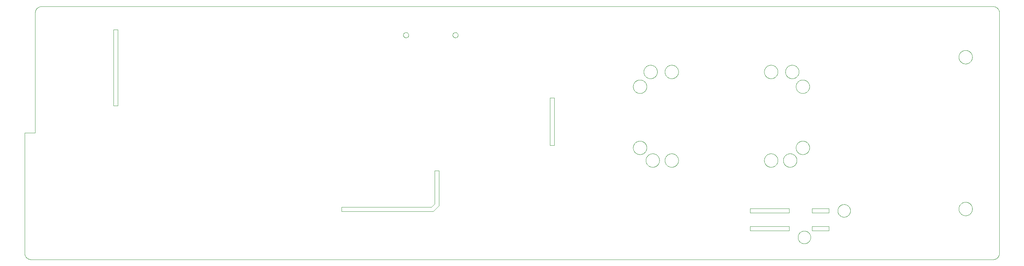
<source format=gko>
G75*
%MOIN*%
%OFA0B0*%
%FSLAX25Y25*%
%IPPOS*%
%LPD*%
%AMOC8*
5,1,8,0,0,1.08239X$1,22.5*
%
%ADD10C,0.00394*%
%ADD11C,0.00400*%
%ADD12C,0.00000*%
D10*
X0064605Y0036492D02*
X0960274Y0036492D01*
X0960426Y0036494D01*
X0960578Y0036500D01*
X0960730Y0036510D01*
X0960881Y0036523D01*
X0961032Y0036541D01*
X0961183Y0036562D01*
X0961333Y0036588D01*
X0961482Y0036617D01*
X0961631Y0036650D01*
X0961778Y0036687D01*
X0961925Y0036727D01*
X0962070Y0036772D01*
X0962214Y0036820D01*
X0962357Y0036872D01*
X0962499Y0036927D01*
X0962639Y0036986D01*
X0962778Y0037049D01*
X0962915Y0037115D01*
X0963050Y0037185D01*
X0963183Y0037258D01*
X0963314Y0037335D01*
X0963444Y0037415D01*
X0963571Y0037498D01*
X0963696Y0037584D01*
X0963819Y0037674D01*
X0963939Y0037767D01*
X0964057Y0037863D01*
X0964173Y0037962D01*
X0964286Y0038064D01*
X0964396Y0038168D01*
X0964504Y0038276D01*
X0964608Y0038386D01*
X0964710Y0038499D01*
X0964809Y0038615D01*
X0964905Y0038733D01*
X0964998Y0038853D01*
X0965088Y0038976D01*
X0965174Y0039101D01*
X0965257Y0039228D01*
X0965337Y0039358D01*
X0965414Y0039489D01*
X0965487Y0039622D01*
X0965557Y0039757D01*
X0965623Y0039894D01*
X0965686Y0040033D01*
X0965745Y0040173D01*
X0965800Y0040315D01*
X0965852Y0040458D01*
X0965900Y0040602D01*
X0965945Y0040747D01*
X0965985Y0040894D01*
X0966022Y0041041D01*
X0966055Y0041190D01*
X0966084Y0041339D01*
X0966110Y0041489D01*
X0966131Y0041640D01*
X0966149Y0041791D01*
X0966162Y0041942D01*
X0966172Y0042094D01*
X0966178Y0042246D01*
X0966180Y0042398D01*
X0966180Y0266807D01*
X0966178Y0266959D01*
X0966172Y0267111D01*
X0966162Y0267263D01*
X0966149Y0267414D01*
X0966131Y0267565D01*
X0966110Y0267716D01*
X0966084Y0267866D01*
X0966055Y0268015D01*
X0966022Y0268164D01*
X0965985Y0268311D01*
X0965945Y0268458D01*
X0965900Y0268603D01*
X0965852Y0268747D01*
X0965800Y0268890D01*
X0965745Y0269032D01*
X0965686Y0269172D01*
X0965623Y0269311D01*
X0965557Y0269448D01*
X0965487Y0269583D01*
X0965414Y0269716D01*
X0965337Y0269847D01*
X0965257Y0269977D01*
X0965174Y0270104D01*
X0965088Y0270229D01*
X0964998Y0270352D01*
X0964905Y0270472D01*
X0964809Y0270590D01*
X0964710Y0270706D01*
X0964608Y0270819D01*
X0964504Y0270929D01*
X0964396Y0271037D01*
X0964286Y0271141D01*
X0964173Y0271243D01*
X0964057Y0271342D01*
X0963939Y0271438D01*
X0963819Y0271531D01*
X0963696Y0271621D01*
X0963571Y0271707D01*
X0963444Y0271790D01*
X0963314Y0271870D01*
X0963183Y0271947D01*
X0963050Y0272020D01*
X0962915Y0272090D01*
X0962778Y0272156D01*
X0962639Y0272219D01*
X0962499Y0272278D01*
X0962357Y0272333D01*
X0962214Y0272385D01*
X0962070Y0272433D01*
X0961925Y0272478D01*
X0961778Y0272518D01*
X0961631Y0272555D01*
X0961482Y0272588D01*
X0961333Y0272617D01*
X0961183Y0272643D01*
X0961032Y0272664D01*
X0960881Y0272682D01*
X0960730Y0272695D01*
X0960578Y0272705D01*
X0960426Y0272711D01*
X0960274Y0272713D01*
X0074448Y0272713D01*
X0074296Y0272711D01*
X0074144Y0272705D01*
X0073992Y0272695D01*
X0073841Y0272682D01*
X0073690Y0272664D01*
X0073539Y0272643D01*
X0073389Y0272617D01*
X0073240Y0272588D01*
X0073091Y0272555D01*
X0072944Y0272518D01*
X0072797Y0272478D01*
X0072652Y0272433D01*
X0072508Y0272385D01*
X0072365Y0272333D01*
X0072223Y0272278D01*
X0072083Y0272219D01*
X0071944Y0272156D01*
X0071807Y0272090D01*
X0071672Y0272020D01*
X0071539Y0271947D01*
X0071408Y0271870D01*
X0071278Y0271790D01*
X0071151Y0271707D01*
X0071026Y0271621D01*
X0070903Y0271531D01*
X0070783Y0271438D01*
X0070665Y0271342D01*
X0070549Y0271243D01*
X0070436Y0271141D01*
X0070326Y0271037D01*
X0070218Y0270929D01*
X0070114Y0270819D01*
X0070012Y0270706D01*
X0069913Y0270590D01*
X0069817Y0270472D01*
X0069724Y0270352D01*
X0069634Y0270229D01*
X0069548Y0270104D01*
X0069465Y0269977D01*
X0069385Y0269847D01*
X0069308Y0269716D01*
X0069235Y0269583D01*
X0069165Y0269448D01*
X0069099Y0269311D01*
X0069036Y0269172D01*
X0068977Y0269032D01*
X0068922Y0268890D01*
X0068870Y0268747D01*
X0068822Y0268603D01*
X0068777Y0268458D01*
X0068737Y0268311D01*
X0068700Y0268164D01*
X0068667Y0268015D01*
X0068638Y0267866D01*
X0068612Y0267716D01*
X0068591Y0267565D01*
X0068573Y0267414D01*
X0068560Y0267263D01*
X0068550Y0267111D01*
X0068544Y0266959D01*
X0068542Y0266807D01*
X0068542Y0154602D01*
X0058699Y0154602D01*
X0058699Y0042398D01*
X0058701Y0042246D01*
X0058707Y0042094D01*
X0058717Y0041942D01*
X0058730Y0041791D01*
X0058748Y0041640D01*
X0058769Y0041489D01*
X0058795Y0041339D01*
X0058824Y0041190D01*
X0058857Y0041041D01*
X0058894Y0040894D01*
X0058934Y0040747D01*
X0058979Y0040602D01*
X0059027Y0040458D01*
X0059079Y0040315D01*
X0059134Y0040173D01*
X0059193Y0040033D01*
X0059256Y0039894D01*
X0059322Y0039757D01*
X0059392Y0039622D01*
X0059465Y0039489D01*
X0059542Y0039358D01*
X0059622Y0039228D01*
X0059705Y0039101D01*
X0059791Y0038976D01*
X0059881Y0038853D01*
X0059974Y0038733D01*
X0060070Y0038615D01*
X0060169Y0038499D01*
X0060271Y0038386D01*
X0060375Y0038276D01*
X0060483Y0038168D01*
X0060593Y0038064D01*
X0060706Y0037962D01*
X0060822Y0037863D01*
X0060940Y0037767D01*
X0061060Y0037674D01*
X0061183Y0037584D01*
X0061308Y0037498D01*
X0061435Y0037415D01*
X0061565Y0037335D01*
X0061696Y0037258D01*
X0061829Y0037185D01*
X0061964Y0037115D01*
X0062101Y0037049D01*
X0062240Y0036986D01*
X0062380Y0036927D01*
X0062522Y0036872D01*
X0062665Y0036820D01*
X0062809Y0036772D01*
X0062954Y0036727D01*
X0063101Y0036687D01*
X0063248Y0036650D01*
X0063397Y0036617D01*
X0063546Y0036588D01*
X0063696Y0036562D01*
X0063847Y0036541D01*
X0063998Y0036523D01*
X0064149Y0036510D01*
X0064301Y0036500D01*
X0064453Y0036494D01*
X0064605Y0036492D01*
X0141377Y0180193D02*
X0145314Y0180193D01*
X0145314Y0251059D01*
X0141377Y0251059D01*
X0141377Y0180193D01*
X0734089Y0083978D02*
X0734089Y0080041D01*
X0770310Y0080041D01*
X0770310Y0083978D01*
X0734089Y0083978D01*
X0791825Y0083978D02*
X0791825Y0080041D01*
X0807573Y0080041D01*
X0807573Y0083978D01*
X0791825Y0083978D01*
X0791825Y0067443D02*
X0791825Y0063506D01*
X0807573Y0063506D01*
X0807573Y0067443D01*
X0791825Y0067443D01*
X0770310Y0067443D02*
X0770310Y0063506D01*
X0734089Y0063506D01*
X0734089Y0067443D01*
X0770310Y0067443D01*
D11*
X0551699Y0142992D02*
X0547699Y0142992D01*
X0547699Y0187492D01*
X0551699Y0187492D01*
X0551699Y0142992D01*
X0444449Y0119242D02*
X0444449Y0086742D01*
X0439199Y0081492D01*
X0353949Y0081492D01*
X0353949Y0085492D01*
X0437449Y0085492D01*
X0440449Y0088492D01*
X0440449Y0119242D01*
X0444449Y0119242D01*
D12*
X0625235Y0140823D02*
X0625237Y0140981D01*
X0625243Y0141139D01*
X0625253Y0141297D01*
X0625267Y0141455D01*
X0625285Y0141612D01*
X0625306Y0141769D01*
X0625332Y0141925D01*
X0625362Y0142081D01*
X0625395Y0142236D01*
X0625433Y0142389D01*
X0625474Y0142542D01*
X0625519Y0142694D01*
X0625568Y0142845D01*
X0625621Y0142994D01*
X0625677Y0143142D01*
X0625737Y0143288D01*
X0625801Y0143433D01*
X0625869Y0143576D01*
X0625940Y0143718D01*
X0626014Y0143858D01*
X0626092Y0143995D01*
X0626174Y0144131D01*
X0626258Y0144265D01*
X0626347Y0144396D01*
X0626438Y0144525D01*
X0626533Y0144652D01*
X0626630Y0144777D01*
X0626731Y0144899D01*
X0626835Y0145018D01*
X0626942Y0145135D01*
X0627052Y0145249D01*
X0627165Y0145360D01*
X0627280Y0145469D01*
X0627398Y0145574D01*
X0627519Y0145676D01*
X0627642Y0145776D01*
X0627768Y0145872D01*
X0627896Y0145965D01*
X0628026Y0146055D01*
X0628159Y0146141D01*
X0628294Y0146225D01*
X0628430Y0146304D01*
X0628569Y0146381D01*
X0628710Y0146453D01*
X0628852Y0146523D01*
X0628996Y0146588D01*
X0629142Y0146650D01*
X0629289Y0146708D01*
X0629438Y0146763D01*
X0629588Y0146814D01*
X0629739Y0146861D01*
X0629891Y0146904D01*
X0630044Y0146943D01*
X0630199Y0146979D01*
X0630354Y0147010D01*
X0630510Y0147038D01*
X0630666Y0147062D01*
X0630823Y0147082D01*
X0630981Y0147098D01*
X0631138Y0147110D01*
X0631297Y0147118D01*
X0631455Y0147122D01*
X0631613Y0147122D01*
X0631771Y0147118D01*
X0631930Y0147110D01*
X0632087Y0147098D01*
X0632245Y0147082D01*
X0632402Y0147062D01*
X0632558Y0147038D01*
X0632714Y0147010D01*
X0632869Y0146979D01*
X0633024Y0146943D01*
X0633177Y0146904D01*
X0633329Y0146861D01*
X0633480Y0146814D01*
X0633630Y0146763D01*
X0633779Y0146708D01*
X0633926Y0146650D01*
X0634072Y0146588D01*
X0634216Y0146523D01*
X0634358Y0146453D01*
X0634499Y0146381D01*
X0634638Y0146304D01*
X0634774Y0146225D01*
X0634909Y0146141D01*
X0635042Y0146055D01*
X0635172Y0145965D01*
X0635300Y0145872D01*
X0635426Y0145776D01*
X0635549Y0145676D01*
X0635670Y0145574D01*
X0635788Y0145469D01*
X0635903Y0145360D01*
X0636016Y0145249D01*
X0636126Y0145135D01*
X0636233Y0145018D01*
X0636337Y0144899D01*
X0636438Y0144777D01*
X0636535Y0144652D01*
X0636630Y0144525D01*
X0636721Y0144396D01*
X0636810Y0144265D01*
X0636894Y0144131D01*
X0636976Y0143995D01*
X0637054Y0143858D01*
X0637128Y0143718D01*
X0637199Y0143576D01*
X0637267Y0143433D01*
X0637331Y0143288D01*
X0637391Y0143142D01*
X0637447Y0142994D01*
X0637500Y0142845D01*
X0637549Y0142694D01*
X0637594Y0142542D01*
X0637635Y0142389D01*
X0637673Y0142236D01*
X0637706Y0142081D01*
X0637736Y0141925D01*
X0637762Y0141769D01*
X0637783Y0141612D01*
X0637801Y0141455D01*
X0637815Y0141297D01*
X0637825Y0141139D01*
X0637831Y0140981D01*
X0637833Y0140823D01*
X0637831Y0140665D01*
X0637825Y0140507D01*
X0637815Y0140349D01*
X0637801Y0140191D01*
X0637783Y0140034D01*
X0637762Y0139877D01*
X0637736Y0139721D01*
X0637706Y0139565D01*
X0637673Y0139410D01*
X0637635Y0139257D01*
X0637594Y0139104D01*
X0637549Y0138952D01*
X0637500Y0138801D01*
X0637447Y0138652D01*
X0637391Y0138504D01*
X0637331Y0138358D01*
X0637267Y0138213D01*
X0637199Y0138070D01*
X0637128Y0137928D01*
X0637054Y0137788D01*
X0636976Y0137651D01*
X0636894Y0137515D01*
X0636810Y0137381D01*
X0636721Y0137250D01*
X0636630Y0137121D01*
X0636535Y0136994D01*
X0636438Y0136869D01*
X0636337Y0136747D01*
X0636233Y0136628D01*
X0636126Y0136511D01*
X0636016Y0136397D01*
X0635903Y0136286D01*
X0635788Y0136177D01*
X0635670Y0136072D01*
X0635549Y0135970D01*
X0635426Y0135870D01*
X0635300Y0135774D01*
X0635172Y0135681D01*
X0635042Y0135591D01*
X0634909Y0135505D01*
X0634774Y0135421D01*
X0634638Y0135342D01*
X0634499Y0135265D01*
X0634358Y0135193D01*
X0634216Y0135123D01*
X0634072Y0135058D01*
X0633926Y0134996D01*
X0633779Y0134938D01*
X0633630Y0134883D01*
X0633480Y0134832D01*
X0633329Y0134785D01*
X0633177Y0134742D01*
X0633024Y0134703D01*
X0632869Y0134667D01*
X0632714Y0134636D01*
X0632558Y0134608D01*
X0632402Y0134584D01*
X0632245Y0134564D01*
X0632087Y0134548D01*
X0631930Y0134536D01*
X0631771Y0134528D01*
X0631613Y0134524D01*
X0631455Y0134524D01*
X0631297Y0134528D01*
X0631138Y0134536D01*
X0630981Y0134548D01*
X0630823Y0134564D01*
X0630666Y0134584D01*
X0630510Y0134608D01*
X0630354Y0134636D01*
X0630199Y0134667D01*
X0630044Y0134703D01*
X0629891Y0134742D01*
X0629739Y0134785D01*
X0629588Y0134832D01*
X0629438Y0134883D01*
X0629289Y0134938D01*
X0629142Y0134996D01*
X0628996Y0135058D01*
X0628852Y0135123D01*
X0628710Y0135193D01*
X0628569Y0135265D01*
X0628430Y0135342D01*
X0628294Y0135421D01*
X0628159Y0135505D01*
X0628026Y0135591D01*
X0627896Y0135681D01*
X0627768Y0135774D01*
X0627642Y0135870D01*
X0627519Y0135970D01*
X0627398Y0136072D01*
X0627280Y0136177D01*
X0627165Y0136286D01*
X0627052Y0136397D01*
X0626942Y0136511D01*
X0626835Y0136628D01*
X0626731Y0136747D01*
X0626630Y0136869D01*
X0626533Y0136994D01*
X0626438Y0137121D01*
X0626347Y0137250D01*
X0626258Y0137381D01*
X0626174Y0137515D01*
X0626092Y0137651D01*
X0626014Y0137788D01*
X0625940Y0137928D01*
X0625869Y0138070D01*
X0625801Y0138213D01*
X0625737Y0138358D01*
X0625677Y0138504D01*
X0625621Y0138652D01*
X0625568Y0138801D01*
X0625519Y0138952D01*
X0625474Y0139104D01*
X0625433Y0139257D01*
X0625395Y0139410D01*
X0625362Y0139565D01*
X0625332Y0139721D01*
X0625306Y0139877D01*
X0625285Y0140034D01*
X0625267Y0140191D01*
X0625253Y0140349D01*
X0625243Y0140507D01*
X0625237Y0140665D01*
X0625235Y0140823D01*
X0637046Y0129012D02*
X0637048Y0129170D01*
X0637054Y0129328D01*
X0637064Y0129486D01*
X0637078Y0129644D01*
X0637096Y0129801D01*
X0637117Y0129958D01*
X0637143Y0130114D01*
X0637173Y0130270D01*
X0637206Y0130425D01*
X0637244Y0130578D01*
X0637285Y0130731D01*
X0637330Y0130883D01*
X0637379Y0131034D01*
X0637432Y0131183D01*
X0637488Y0131331D01*
X0637548Y0131477D01*
X0637612Y0131622D01*
X0637680Y0131765D01*
X0637751Y0131907D01*
X0637825Y0132047D01*
X0637903Y0132184D01*
X0637985Y0132320D01*
X0638069Y0132454D01*
X0638158Y0132585D01*
X0638249Y0132714D01*
X0638344Y0132841D01*
X0638441Y0132966D01*
X0638542Y0133088D01*
X0638646Y0133207D01*
X0638753Y0133324D01*
X0638863Y0133438D01*
X0638976Y0133549D01*
X0639091Y0133658D01*
X0639209Y0133763D01*
X0639330Y0133865D01*
X0639453Y0133965D01*
X0639579Y0134061D01*
X0639707Y0134154D01*
X0639837Y0134244D01*
X0639970Y0134330D01*
X0640105Y0134414D01*
X0640241Y0134493D01*
X0640380Y0134570D01*
X0640521Y0134642D01*
X0640663Y0134712D01*
X0640807Y0134777D01*
X0640953Y0134839D01*
X0641100Y0134897D01*
X0641249Y0134952D01*
X0641399Y0135003D01*
X0641550Y0135050D01*
X0641702Y0135093D01*
X0641855Y0135132D01*
X0642010Y0135168D01*
X0642165Y0135199D01*
X0642321Y0135227D01*
X0642477Y0135251D01*
X0642634Y0135271D01*
X0642792Y0135287D01*
X0642949Y0135299D01*
X0643108Y0135307D01*
X0643266Y0135311D01*
X0643424Y0135311D01*
X0643582Y0135307D01*
X0643741Y0135299D01*
X0643898Y0135287D01*
X0644056Y0135271D01*
X0644213Y0135251D01*
X0644369Y0135227D01*
X0644525Y0135199D01*
X0644680Y0135168D01*
X0644835Y0135132D01*
X0644988Y0135093D01*
X0645140Y0135050D01*
X0645291Y0135003D01*
X0645441Y0134952D01*
X0645590Y0134897D01*
X0645737Y0134839D01*
X0645883Y0134777D01*
X0646027Y0134712D01*
X0646169Y0134642D01*
X0646310Y0134570D01*
X0646449Y0134493D01*
X0646585Y0134414D01*
X0646720Y0134330D01*
X0646853Y0134244D01*
X0646983Y0134154D01*
X0647111Y0134061D01*
X0647237Y0133965D01*
X0647360Y0133865D01*
X0647481Y0133763D01*
X0647599Y0133658D01*
X0647714Y0133549D01*
X0647827Y0133438D01*
X0647937Y0133324D01*
X0648044Y0133207D01*
X0648148Y0133088D01*
X0648249Y0132966D01*
X0648346Y0132841D01*
X0648441Y0132714D01*
X0648532Y0132585D01*
X0648621Y0132454D01*
X0648705Y0132320D01*
X0648787Y0132184D01*
X0648865Y0132047D01*
X0648939Y0131907D01*
X0649010Y0131765D01*
X0649078Y0131622D01*
X0649142Y0131477D01*
X0649202Y0131331D01*
X0649258Y0131183D01*
X0649311Y0131034D01*
X0649360Y0130883D01*
X0649405Y0130731D01*
X0649446Y0130578D01*
X0649484Y0130425D01*
X0649517Y0130270D01*
X0649547Y0130114D01*
X0649573Y0129958D01*
X0649594Y0129801D01*
X0649612Y0129644D01*
X0649626Y0129486D01*
X0649636Y0129328D01*
X0649642Y0129170D01*
X0649644Y0129012D01*
X0649642Y0128854D01*
X0649636Y0128696D01*
X0649626Y0128538D01*
X0649612Y0128380D01*
X0649594Y0128223D01*
X0649573Y0128066D01*
X0649547Y0127910D01*
X0649517Y0127754D01*
X0649484Y0127599D01*
X0649446Y0127446D01*
X0649405Y0127293D01*
X0649360Y0127141D01*
X0649311Y0126990D01*
X0649258Y0126841D01*
X0649202Y0126693D01*
X0649142Y0126547D01*
X0649078Y0126402D01*
X0649010Y0126259D01*
X0648939Y0126117D01*
X0648865Y0125977D01*
X0648787Y0125840D01*
X0648705Y0125704D01*
X0648621Y0125570D01*
X0648532Y0125439D01*
X0648441Y0125310D01*
X0648346Y0125183D01*
X0648249Y0125058D01*
X0648148Y0124936D01*
X0648044Y0124817D01*
X0647937Y0124700D01*
X0647827Y0124586D01*
X0647714Y0124475D01*
X0647599Y0124366D01*
X0647481Y0124261D01*
X0647360Y0124159D01*
X0647237Y0124059D01*
X0647111Y0123963D01*
X0646983Y0123870D01*
X0646853Y0123780D01*
X0646720Y0123694D01*
X0646585Y0123610D01*
X0646449Y0123531D01*
X0646310Y0123454D01*
X0646169Y0123382D01*
X0646027Y0123312D01*
X0645883Y0123247D01*
X0645737Y0123185D01*
X0645590Y0123127D01*
X0645441Y0123072D01*
X0645291Y0123021D01*
X0645140Y0122974D01*
X0644988Y0122931D01*
X0644835Y0122892D01*
X0644680Y0122856D01*
X0644525Y0122825D01*
X0644369Y0122797D01*
X0644213Y0122773D01*
X0644056Y0122753D01*
X0643898Y0122737D01*
X0643741Y0122725D01*
X0643582Y0122717D01*
X0643424Y0122713D01*
X0643266Y0122713D01*
X0643108Y0122717D01*
X0642949Y0122725D01*
X0642792Y0122737D01*
X0642634Y0122753D01*
X0642477Y0122773D01*
X0642321Y0122797D01*
X0642165Y0122825D01*
X0642010Y0122856D01*
X0641855Y0122892D01*
X0641702Y0122931D01*
X0641550Y0122974D01*
X0641399Y0123021D01*
X0641249Y0123072D01*
X0641100Y0123127D01*
X0640953Y0123185D01*
X0640807Y0123247D01*
X0640663Y0123312D01*
X0640521Y0123382D01*
X0640380Y0123454D01*
X0640241Y0123531D01*
X0640105Y0123610D01*
X0639970Y0123694D01*
X0639837Y0123780D01*
X0639707Y0123870D01*
X0639579Y0123963D01*
X0639453Y0124059D01*
X0639330Y0124159D01*
X0639209Y0124261D01*
X0639091Y0124366D01*
X0638976Y0124475D01*
X0638863Y0124586D01*
X0638753Y0124700D01*
X0638646Y0124817D01*
X0638542Y0124936D01*
X0638441Y0125058D01*
X0638344Y0125183D01*
X0638249Y0125310D01*
X0638158Y0125439D01*
X0638069Y0125570D01*
X0637985Y0125704D01*
X0637903Y0125840D01*
X0637825Y0125977D01*
X0637751Y0126117D01*
X0637680Y0126259D01*
X0637612Y0126402D01*
X0637548Y0126547D01*
X0637488Y0126693D01*
X0637432Y0126841D01*
X0637379Y0126990D01*
X0637330Y0127141D01*
X0637285Y0127293D01*
X0637244Y0127446D01*
X0637206Y0127599D01*
X0637173Y0127754D01*
X0637143Y0127910D01*
X0637117Y0128066D01*
X0637096Y0128223D01*
X0637078Y0128380D01*
X0637064Y0128538D01*
X0637054Y0128696D01*
X0637048Y0128854D01*
X0637046Y0129012D01*
X0654763Y0129012D02*
X0654765Y0129170D01*
X0654771Y0129328D01*
X0654781Y0129486D01*
X0654795Y0129644D01*
X0654813Y0129801D01*
X0654834Y0129958D01*
X0654860Y0130114D01*
X0654890Y0130270D01*
X0654923Y0130425D01*
X0654961Y0130578D01*
X0655002Y0130731D01*
X0655047Y0130883D01*
X0655096Y0131034D01*
X0655149Y0131183D01*
X0655205Y0131331D01*
X0655265Y0131477D01*
X0655329Y0131622D01*
X0655397Y0131765D01*
X0655468Y0131907D01*
X0655542Y0132047D01*
X0655620Y0132184D01*
X0655702Y0132320D01*
X0655786Y0132454D01*
X0655875Y0132585D01*
X0655966Y0132714D01*
X0656061Y0132841D01*
X0656158Y0132966D01*
X0656259Y0133088D01*
X0656363Y0133207D01*
X0656470Y0133324D01*
X0656580Y0133438D01*
X0656693Y0133549D01*
X0656808Y0133658D01*
X0656926Y0133763D01*
X0657047Y0133865D01*
X0657170Y0133965D01*
X0657296Y0134061D01*
X0657424Y0134154D01*
X0657554Y0134244D01*
X0657687Y0134330D01*
X0657822Y0134414D01*
X0657958Y0134493D01*
X0658097Y0134570D01*
X0658238Y0134642D01*
X0658380Y0134712D01*
X0658524Y0134777D01*
X0658670Y0134839D01*
X0658817Y0134897D01*
X0658966Y0134952D01*
X0659116Y0135003D01*
X0659267Y0135050D01*
X0659419Y0135093D01*
X0659572Y0135132D01*
X0659727Y0135168D01*
X0659882Y0135199D01*
X0660038Y0135227D01*
X0660194Y0135251D01*
X0660351Y0135271D01*
X0660509Y0135287D01*
X0660666Y0135299D01*
X0660825Y0135307D01*
X0660983Y0135311D01*
X0661141Y0135311D01*
X0661299Y0135307D01*
X0661458Y0135299D01*
X0661615Y0135287D01*
X0661773Y0135271D01*
X0661930Y0135251D01*
X0662086Y0135227D01*
X0662242Y0135199D01*
X0662397Y0135168D01*
X0662552Y0135132D01*
X0662705Y0135093D01*
X0662857Y0135050D01*
X0663008Y0135003D01*
X0663158Y0134952D01*
X0663307Y0134897D01*
X0663454Y0134839D01*
X0663600Y0134777D01*
X0663744Y0134712D01*
X0663886Y0134642D01*
X0664027Y0134570D01*
X0664166Y0134493D01*
X0664302Y0134414D01*
X0664437Y0134330D01*
X0664570Y0134244D01*
X0664700Y0134154D01*
X0664828Y0134061D01*
X0664954Y0133965D01*
X0665077Y0133865D01*
X0665198Y0133763D01*
X0665316Y0133658D01*
X0665431Y0133549D01*
X0665544Y0133438D01*
X0665654Y0133324D01*
X0665761Y0133207D01*
X0665865Y0133088D01*
X0665966Y0132966D01*
X0666063Y0132841D01*
X0666158Y0132714D01*
X0666249Y0132585D01*
X0666338Y0132454D01*
X0666422Y0132320D01*
X0666504Y0132184D01*
X0666582Y0132047D01*
X0666656Y0131907D01*
X0666727Y0131765D01*
X0666795Y0131622D01*
X0666859Y0131477D01*
X0666919Y0131331D01*
X0666975Y0131183D01*
X0667028Y0131034D01*
X0667077Y0130883D01*
X0667122Y0130731D01*
X0667163Y0130578D01*
X0667201Y0130425D01*
X0667234Y0130270D01*
X0667264Y0130114D01*
X0667290Y0129958D01*
X0667311Y0129801D01*
X0667329Y0129644D01*
X0667343Y0129486D01*
X0667353Y0129328D01*
X0667359Y0129170D01*
X0667361Y0129012D01*
X0667359Y0128854D01*
X0667353Y0128696D01*
X0667343Y0128538D01*
X0667329Y0128380D01*
X0667311Y0128223D01*
X0667290Y0128066D01*
X0667264Y0127910D01*
X0667234Y0127754D01*
X0667201Y0127599D01*
X0667163Y0127446D01*
X0667122Y0127293D01*
X0667077Y0127141D01*
X0667028Y0126990D01*
X0666975Y0126841D01*
X0666919Y0126693D01*
X0666859Y0126547D01*
X0666795Y0126402D01*
X0666727Y0126259D01*
X0666656Y0126117D01*
X0666582Y0125977D01*
X0666504Y0125840D01*
X0666422Y0125704D01*
X0666338Y0125570D01*
X0666249Y0125439D01*
X0666158Y0125310D01*
X0666063Y0125183D01*
X0665966Y0125058D01*
X0665865Y0124936D01*
X0665761Y0124817D01*
X0665654Y0124700D01*
X0665544Y0124586D01*
X0665431Y0124475D01*
X0665316Y0124366D01*
X0665198Y0124261D01*
X0665077Y0124159D01*
X0664954Y0124059D01*
X0664828Y0123963D01*
X0664700Y0123870D01*
X0664570Y0123780D01*
X0664437Y0123694D01*
X0664302Y0123610D01*
X0664166Y0123531D01*
X0664027Y0123454D01*
X0663886Y0123382D01*
X0663744Y0123312D01*
X0663600Y0123247D01*
X0663454Y0123185D01*
X0663307Y0123127D01*
X0663158Y0123072D01*
X0663008Y0123021D01*
X0662857Y0122974D01*
X0662705Y0122931D01*
X0662552Y0122892D01*
X0662397Y0122856D01*
X0662242Y0122825D01*
X0662086Y0122797D01*
X0661930Y0122773D01*
X0661773Y0122753D01*
X0661615Y0122737D01*
X0661458Y0122725D01*
X0661299Y0122717D01*
X0661141Y0122713D01*
X0660983Y0122713D01*
X0660825Y0122717D01*
X0660666Y0122725D01*
X0660509Y0122737D01*
X0660351Y0122753D01*
X0660194Y0122773D01*
X0660038Y0122797D01*
X0659882Y0122825D01*
X0659727Y0122856D01*
X0659572Y0122892D01*
X0659419Y0122931D01*
X0659267Y0122974D01*
X0659116Y0123021D01*
X0658966Y0123072D01*
X0658817Y0123127D01*
X0658670Y0123185D01*
X0658524Y0123247D01*
X0658380Y0123312D01*
X0658238Y0123382D01*
X0658097Y0123454D01*
X0657958Y0123531D01*
X0657822Y0123610D01*
X0657687Y0123694D01*
X0657554Y0123780D01*
X0657424Y0123870D01*
X0657296Y0123963D01*
X0657170Y0124059D01*
X0657047Y0124159D01*
X0656926Y0124261D01*
X0656808Y0124366D01*
X0656693Y0124475D01*
X0656580Y0124586D01*
X0656470Y0124700D01*
X0656363Y0124817D01*
X0656259Y0124936D01*
X0656158Y0125058D01*
X0656061Y0125183D01*
X0655966Y0125310D01*
X0655875Y0125439D01*
X0655786Y0125570D01*
X0655702Y0125704D01*
X0655620Y0125840D01*
X0655542Y0125977D01*
X0655468Y0126117D01*
X0655397Y0126259D01*
X0655329Y0126402D01*
X0655265Y0126547D01*
X0655205Y0126693D01*
X0655149Y0126841D01*
X0655096Y0126990D01*
X0655047Y0127141D01*
X0655002Y0127293D01*
X0654961Y0127446D01*
X0654923Y0127599D01*
X0654890Y0127754D01*
X0654860Y0127910D01*
X0654834Y0128066D01*
X0654813Y0128223D01*
X0654795Y0128380D01*
X0654781Y0128538D01*
X0654771Y0128696D01*
X0654765Y0128854D01*
X0654763Y0129012D01*
X0747282Y0129012D02*
X0747284Y0129170D01*
X0747290Y0129328D01*
X0747300Y0129486D01*
X0747314Y0129644D01*
X0747332Y0129801D01*
X0747353Y0129958D01*
X0747379Y0130114D01*
X0747409Y0130270D01*
X0747442Y0130425D01*
X0747480Y0130578D01*
X0747521Y0130731D01*
X0747566Y0130883D01*
X0747615Y0131034D01*
X0747668Y0131183D01*
X0747724Y0131331D01*
X0747784Y0131477D01*
X0747848Y0131622D01*
X0747916Y0131765D01*
X0747987Y0131907D01*
X0748061Y0132047D01*
X0748139Y0132184D01*
X0748221Y0132320D01*
X0748305Y0132454D01*
X0748394Y0132585D01*
X0748485Y0132714D01*
X0748580Y0132841D01*
X0748677Y0132966D01*
X0748778Y0133088D01*
X0748882Y0133207D01*
X0748989Y0133324D01*
X0749099Y0133438D01*
X0749212Y0133549D01*
X0749327Y0133658D01*
X0749445Y0133763D01*
X0749566Y0133865D01*
X0749689Y0133965D01*
X0749815Y0134061D01*
X0749943Y0134154D01*
X0750073Y0134244D01*
X0750206Y0134330D01*
X0750341Y0134414D01*
X0750477Y0134493D01*
X0750616Y0134570D01*
X0750757Y0134642D01*
X0750899Y0134712D01*
X0751043Y0134777D01*
X0751189Y0134839D01*
X0751336Y0134897D01*
X0751485Y0134952D01*
X0751635Y0135003D01*
X0751786Y0135050D01*
X0751938Y0135093D01*
X0752091Y0135132D01*
X0752246Y0135168D01*
X0752401Y0135199D01*
X0752557Y0135227D01*
X0752713Y0135251D01*
X0752870Y0135271D01*
X0753028Y0135287D01*
X0753185Y0135299D01*
X0753344Y0135307D01*
X0753502Y0135311D01*
X0753660Y0135311D01*
X0753818Y0135307D01*
X0753977Y0135299D01*
X0754134Y0135287D01*
X0754292Y0135271D01*
X0754449Y0135251D01*
X0754605Y0135227D01*
X0754761Y0135199D01*
X0754916Y0135168D01*
X0755071Y0135132D01*
X0755224Y0135093D01*
X0755376Y0135050D01*
X0755527Y0135003D01*
X0755677Y0134952D01*
X0755826Y0134897D01*
X0755973Y0134839D01*
X0756119Y0134777D01*
X0756263Y0134712D01*
X0756405Y0134642D01*
X0756546Y0134570D01*
X0756685Y0134493D01*
X0756821Y0134414D01*
X0756956Y0134330D01*
X0757089Y0134244D01*
X0757219Y0134154D01*
X0757347Y0134061D01*
X0757473Y0133965D01*
X0757596Y0133865D01*
X0757717Y0133763D01*
X0757835Y0133658D01*
X0757950Y0133549D01*
X0758063Y0133438D01*
X0758173Y0133324D01*
X0758280Y0133207D01*
X0758384Y0133088D01*
X0758485Y0132966D01*
X0758582Y0132841D01*
X0758677Y0132714D01*
X0758768Y0132585D01*
X0758857Y0132454D01*
X0758941Y0132320D01*
X0759023Y0132184D01*
X0759101Y0132047D01*
X0759175Y0131907D01*
X0759246Y0131765D01*
X0759314Y0131622D01*
X0759378Y0131477D01*
X0759438Y0131331D01*
X0759494Y0131183D01*
X0759547Y0131034D01*
X0759596Y0130883D01*
X0759641Y0130731D01*
X0759682Y0130578D01*
X0759720Y0130425D01*
X0759753Y0130270D01*
X0759783Y0130114D01*
X0759809Y0129958D01*
X0759830Y0129801D01*
X0759848Y0129644D01*
X0759862Y0129486D01*
X0759872Y0129328D01*
X0759878Y0129170D01*
X0759880Y0129012D01*
X0759878Y0128854D01*
X0759872Y0128696D01*
X0759862Y0128538D01*
X0759848Y0128380D01*
X0759830Y0128223D01*
X0759809Y0128066D01*
X0759783Y0127910D01*
X0759753Y0127754D01*
X0759720Y0127599D01*
X0759682Y0127446D01*
X0759641Y0127293D01*
X0759596Y0127141D01*
X0759547Y0126990D01*
X0759494Y0126841D01*
X0759438Y0126693D01*
X0759378Y0126547D01*
X0759314Y0126402D01*
X0759246Y0126259D01*
X0759175Y0126117D01*
X0759101Y0125977D01*
X0759023Y0125840D01*
X0758941Y0125704D01*
X0758857Y0125570D01*
X0758768Y0125439D01*
X0758677Y0125310D01*
X0758582Y0125183D01*
X0758485Y0125058D01*
X0758384Y0124936D01*
X0758280Y0124817D01*
X0758173Y0124700D01*
X0758063Y0124586D01*
X0757950Y0124475D01*
X0757835Y0124366D01*
X0757717Y0124261D01*
X0757596Y0124159D01*
X0757473Y0124059D01*
X0757347Y0123963D01*
X0757219Y0123870D01*
X0757089Y0123780D01*
X0756956Y0123694D01*
X0756821Y0123610D01*
X0756685Y0123531D01*
X0756546Y0123454D01*
X0756405Y0123382D01*
X0756263Y0123312D01*
X0756119Y0123247D01*
X0755973Y0123185D01*
X0755826Y0123127D01*
X0755677Y0123072D01*
X0755527Y0123021D01*
X0755376Y0122974D01*
X0755224Y0122931D01*
X0755071Y0122892D01*
X0754916Y0122856D01*
X0754761Y0122825D01*
X0754605Y0122797D01*
X0754449Y0122773D01*
X0754292Y0122753D01*
X0754134Y0122737D01*
X0753977Y0122725D01*
X0753818Y0122717D01*
X0753660Y0122713D01*
X0753502Y0122713D01*
X0753344Y0122717D01*
X0753185Y0122725D01*
X0753028Y0122737D01*
X0752870Y0122753D01*
X0752713Y0122773D01*
X0752557Y0122797D01*
X0752401Y0122825D01*
X0752246Y0122856D01*
X0752091Y0122892D01*
X0751938Y0122931D01*
X0751786Y0122974D01*
X0751635Y0123021D01*
X0751485Y0123072D01*
X0751336Y0123127D01*
X0751189Y0123185D01*
X0751043Y0123247D01*
X0750899Y0123312D01*
X0750757Y0123382D01*
X0750616Y0123454D01*
X0750477Y0123531D01*
X0750341Y0123610D01*
X0750206Y0123694D01*
X0750073Y0123780D01*
X0749943Y0123870D01*
X0749815Y0123963D01*
X0749689Y0124059D01*
X0749566Y0124159D01*
X0749445Y0124261D01*
X0749327Y0124366D01*
X0749212Y0124475D01*
X0749099Y0124586D01*
X0748989Y0124700D01*
X0748882Y0124817D01*
X0748778Y0124936D01*
X0748677Y0125058D01*
X0748580Y0125183D01*
X0748485Y0125310D01*
X0748394Y0125439D01*
X0748305Y0125570D01*
X0748221Y0125704D01*
X0748139Y0125840D01*
X0748061Y0125977D01*
X0747987Y0126117D01*
X0747916Y0126259D01*
X0747848Y0126402D01*
X0747784Y0126547D01*
X0747724Y0126693D01*
X0747668Y0126841D01*
X0747615Y0126990D01*
X0747566Y0127141D01*
X0747521Y0127293D01*
X0747480Y0127446D01*
X0747442Y0127599D01*
X0747409Y0127754D01*
X0747379Y0127910D01*
X0747353Y0128066D01*
X0747332Y0128223D01*
X0747314Y0128380D01*
X0747300Y0128538D01*
X0747290Y0128696D01*
X0747284Y0128854D01*
X0747282Y0129012D01*
X0764999Y0129012D02*
X0765001Y0129170D01*
X0765007Y0129328D01*
X0765017Y0129486D01*
X0765031Y0129644D01*
X0765049Y0129801D01*
X0765070Y0129958D01*
X0765096Y0130114D01*
X0765126Y0130270D01*
X0765159Y0130425D01*
X0765197Y0130578D01*
X0765238Y0130731D01*
X0765283Y0130883D01*
X0765332Y0131034D01*
X0765385Y0131183D01*
X0765441Y0131331D01*
X0765501Y0131477D01*
X0765565Y0131622D01*
X0765633Y0131765D01*
X0765704Y0131907D01*
X0765778Y0132047D01*
X0765856Y0132184D01*
X0765938Y0132320D01*
X0766022Y0132454D01*
X0766111Y0132585D01*
X0766202Y0132714D01*
X0766297Y0132841D01*
X0766394Y0132966D01*
X0766495Y0133088D01*
X0766599Y0133207D01*
X0766706Y0133324D01*
X0766816Y0133438D01*
X0766929Y0133549D01*
X0767044Y0133658D01*
X0767162Y0133763D01*
X0767283Y0133865D01*
X0767406Y0133965D01*
X0767532Y0134061D01*
X0767660Y0134154D01*
X0767790Y0134244D01*
X0767923Y0134330D01*
X0768058Y0134414D01*
X0768194Y0134493D01*
X0768333Y0134570D01*
X0768474Y0134642D01*
X0768616Y0134712D01*
X0768760Y0134777D01*
X0768906Y0134839D01*
X0769053Y0134897D01*
X0769202Y0134952D01*
X0769352Y0135003D01*
X0769503Y0135050D01*
X0769655Y0135093D01*
X0769808Y0135132D01*
X0769963Y0135168D01*
X0770118Y0135199D01*
X0770274Y0135227D01*
X0770430Y0135251D01*
X0770587Y0135271D01*
X0770745Y0135287D01*
X0770902Y0135299D01*
X0771061Y0135307D01*
X0771219Y0135311D01*
X0771377Y0135311D01*
X0771535Y0135307D01*
X0771694Y0135299D01*
X0771851Y0135287D01*
X0772009Y0135271D01*
X0772166Y0135251D01*
X0772322Y0135227D01*
X0772478Y0135199D01*
X0772633Y0135168D01*
X0772788Y0135132D01*
X0772941Y0135093D01*
X0773093Y0135050D01*
X0773244Y0135003D01*
X0773394Y0134952D01*
X0773543Y0134897D01*
X0773690Y0134839D01*
X0773836Y0134777D01*
X0773980Y0134712D01*
X0774122Y0134642D01*
X0774263Y0134570D01*
X0774402Y0134493D01*
X0774538Y0134414D01*
X0774673Y0134330D01*
X0774806Y0134244D01*
X0774936Y0134154D01*
X0775064Y0134061D01*
X0775190Y0133965D01*
X0775313Y0133865D01*
X0775434Y0133763D01*
X0775552Y0133658D01*
X0775667Y0133549D01*
X0775780Y0133438D01*
X0775890Y0133324D01*
X0775997Y0133207D01*
X0776101Y0133088D01*
X0776202Y0132966D01*
X0776299Y0132841D01*
X0776394Y0132714D01*
X0776485Y0132585D01*
X0776574Y0132454D01*
X0776658Y0132320D01*
X0776740Y0132184D01*
X0776818Y0132047D01*
X0776892Y0131907D01*
X0776963Y0131765D01*
X0777031Y0131622D01*
X0777095Y0131477D01*
X0777155Y0131331D01*
X0777211Y0131183D01*
X0777264Y0131034D01*
X0777313Y0130883D01*
X0777358Y0130731D01*
X0777399Y0130578D01*
X0777437Y0130425D01*
X0777470Y0130270D01*
X0777500Y0130114D01*
X0777526Y0129958D01*
X0777547Y0129801D01*
X0777565Y0129644D01*
X0777579Y0129486D01*
X0777589Y0129328D01*
X0777595Y0129170D01*
X0777597Y0129012D01*
X0777595Y0128854D01*
X0777589Y0128696D01*
X0777579Y0128538D01*
X0777565Y0128380D01*
X0777547Y0128223D01*
X0777526Y0128066D01*
X0777500Y0127910D01*
X0777470Y0127754D01*
X0777437Y0127599D01*
X0777399Y0127446D01*
X0777358Y0127293D01*
X0777313Y0127141D01*
X0777264Y0126990D01*
X0777211Y0126841D01*
X0777155Y0126693D01*
X0777095Y0126547D01*
X0777031Y0126402D01*
X0776963Y0126259D01*
X0776892Y0126117D01*
X0776818Y0125977D01*
X0776740Y0125840D01*
X0776658Y0125704D01*
X0776574Y0125570D01*
X0776485Y0125439D01*
X0776394Y0125310D01*
X0776299Y0125183D01*
X0776202Y0125058D01*
X0776101Y0124936D01*
X0775997Y0124817D01*
X0775890Y0124700D01*
X0775780Y0124586D01*
X0775667Y0124475D01*
X0775552Y0124366D01*
X0775434Y0124261D01*
X0775313Y0124159D01*
X0775190Y0124059D01*
X0775064Y0123963D01*
X0774936Y0123870D01*
X0774806Y0123780D01*
X0774673Y0123694D01*
X0774538Y0123610D01*
X0774402Y0123531D01*
X0774263Y0123454D01*
X0774122Y0123382D01*
X0773980Y0123312D01*
X0773836Y0123247D01*
X0773690Y0123185D01*
X0773543Y0123127D01*
X0773394Y0123072D01*
X0773244Y0123021D01*
X0773093Y0122974D01*
X0772941Y0122931D01*
X0772788Y0122892D01*
X0772633Y0122856D01*
X0772478Y0122825D01*
X0772322Y0122797D01*
X0772166Y0122773D01*
X0772009Y0122753D01*
X0771851Y0122737D01*
X0771694Y0122725D01*
X0771535Y0122717D01*
X0771377Y0122713D01*
X0771219Y0122713D01*
X0771061Y0122717D01*
X0770902Y0122725D01*
X0770745Y0122737D01*
X0770587Y0122753D01*
X0770430Y0122773D01*
X0770274Y0122797D01*
X0770118Y0122825D01*
X0769963Y0122856D01*
X0769808Y0122892D01*
X0769655Y0122931D01*
X0769503Y0122974D01*
X0769352Y0123021D01*
X0769202Y0123072D01*
X0769053Y0123127D01*
X0768906Y0123185D01*
X0768760Y0123247D01*
X0768616Y0123312D01*
X0768474Y0123382D01*
X0768333Y0123454D01*
X0768194Y0123531D01*
X0768058Y0123610D01*
X0767923Y0123694D01*
X0767790Y0123780D01*
X0767660Y0123870D01*
X0767532Y0123963D01*
X0767406Y0124059D01*
X0767283Y0124159D01*
X0767162Y0124261D01*
X0767044Y0124366D01*
X0766929Y0124475D01*
X0766816Y0124586D01*
X0766706Y0124700D01*
X0766599Y0124817D01*
X0766495Y0124936D01*
X0766394Y0125058D01*
X0766297Y0125183D01*
X0766202Y0125310D01*
X0766111Y0125439D01*
X0766022Y0125570D01*
X0765938Y0125704D01*
X0765856Y0125840D01*
X0765778Y0125977D01*
X0765704Y0126117D01*
X0765633Y0126259D01*
X0765565Y0126402D01*
X0765501Y0126547D01*
X0765441Y0126693D01*
X0765385Y0126841D01*
X0765332Y0126990D01*
X0765283Y0127141D01*
X0765238Y0127293D01*
X0765197Y0127446D01*
X0765159Y0127599D01*
X0765126Y0127754D01*
X0765096Y0127910D01*
X0765070Y0128066D01*
X0765049Y0128223D01*
X0765031Y0128380D01*
X0765017Y0128538D01*
X0765007Y0128696D01*
X0765001Y0128854D01*
X0764999Y0129012D01*
X0776810Y0140823D02*
X0776812Y0140981D01*
X0776818Y0141139D01*
X0776828Y0141297D01*
X0776842Y0141455D01*
X0776860Y0141612D01*
X0776881Y0141769D01*
X0776907Y0141925D01*
X0776937Y0142081D01*
X0776970Y0142236D01*
X0777008Y0142389D01*
X0777049Y0142542D01*
X0777094Y0142694D01*
X0777143Y0142845D01*
X0777196Y0142994D01*
X0777252Y0143142D01*
X0777312Y0143288D01*
X0777376Y0143433D01*
X0777444Y0143576D01*
X0777515Y0143718D01*
X0777589Y0143858D01*
X0777667Y0143995D01*
X0777749Y0144131D01*
X0777833Y0144265D01*
X0777922Y0144396D01*
X0778013Y0144525D01*
X0778108Y0144652D01*
X0778205Y0144777D01*
X0778306Y0144899D01*
X0778410Y0145018D01*
X0778517Y0145135D01*
X0778627Y0145249D01*
X0778740Y0145360D01*
X0778855Y0145469D01*
X0778973Y0145574D01*
X0779094Y0145676D01*
X0779217Y0145776D01*
X0779343Y0145872D01*
X0779471Y0145965D01*
X0779601Y0146055D01*
X0779734Y0146141D01*
X0779869Y0146225D01*
X0780005Y0146304D01*
X0780144Y0146381D01*
X0780285Y0146453D01*
X0780427Y0146523D01*
X0780571Y0146588D01*
X0780717Y0146650D01*
X0780864Y0146708D01*
X0781013Y0146763D01*
X0781163Y0146814D01*
X0781314Y0146861D01*
X0781466Y0146904D01*
X0781619Y0146943D01*
X0781774Y0146979D01*
X0781929Y0147010D01*
X0782085Y0147038D01*
X0782241Y0147062D01*
X0782398Y0147082D01*
X0782556Y0147098D01*
X0782713Y0147110D01*
X0782872Y0147118D01*
X0783030Y0147122D01*
X0783188Y0147122D01*
X0783346Y0147118D01*
X0783505Y0147110D01*
X0783662Y0147098D01*
X0783820Y0147082D01*
X0783977Y0147062D01*
X0784133Y0147038D01*
X0784289Y0147010D01*
X0784444Y0146979D01*
X0784599Y0146943D01*
X0784752Y0146904D01*
X0784904Y0146861D01*
X0785055Y0146814D01*
X0785205Y0146763D01*
X0785354Y0146708D01*
X0785501Y0146650D01*
X0785647Y0146588D01*
X0785791Y0146523D01*
X0785933Y0146453D01*
X0786074Y0146381D01*
X0786213Y0146304D01*
X0786349Y0146225D01*
X0786484Y0146141D01*
X0786617Y0146055D01*
X0786747Y0145965D01*
X0786875Y0145872D01*
X0787001Y0145776D01*
X0787124Y0145676D01*
X0787245Y0145574D01*
X0787363Y0145469D01*
X0787478Y0145360D01*
X0787591Y0145249D01*
X0787701Y0145135D01*
X0787808Y0145018D01*
X0787912Y0144899D01*
X0788013Y0144777D01*
X0788110Y0144652D01*
X0788205Y0144525D01*
X0788296Y0144396D01*
X0788385Y0144265D01*
X0788469Y0144131D01*
X0788551Y0143995D01*
X0788629Y0143858D01*
X0788703Y0143718D01*
X0788774Y0143576D01*
X0788842Y0143433D01*
X0788906Y0143288D01*
X0788966Y0143142D01*
X0789022Y0142994D01*
X0789075Y0142845D01*
X0789124Y0142694D01*
X0789169Y0142542D01*
X0789210Y0142389D01*
X0789248Y0142236D01*
X0789281Y0142081D01*
X0789311Y0141925D01*
X0789337Y0141769D01*
X0789358Y0141612D01*
X0789376Y0141455D01*
X0789390Y0141297D01*
X0789400Y0141139D01*
X0789406Y0140981D01*
X0789408Y0140823D01*
X0789406Y0140665D01*
X0789400Y0140507D01*
X0789390Y0140349D01*
X0789376Y0140191D01*
X0789358Y0140034D01*
X0789337Y0139877D01*
X0789311Y0139721D01*
X0789281Y0139565D01*
X0789248Y0139410D01*
X0789210Y0139257D01*
X0789169Y0139104D01*
X0789124Y0138952D01*
X0789075Y0138801D01*
X0789022Y0138652D01*
X0788966Y0138504D01*
X0788906Y0138358D01*
X0788842Y0138213D01*
X0788774Y0138070D01*
X0788703Y0137928D01*
X0788629Y0137788D01*
X0788551Y0137651D01*
X0788469Y0137515D01*
X0788385Y0137381D01*
X0788296Y0137250D01*
X0788205Y0137121D01*
X0788110Y0136994D01*
X0788013Y0136869D01*
X0787912Y0136747D01*
X0787808Y0136628D01*
X0787701Y0136511D01*
X0787591Y0136397D01*
X0787478Y0136286D01*
X0787363Y0136177D01*
X0787245Y0136072D01*
X0787124Y0135970D01*
X0787001Y0135870D01*
X0786875Y0135774D01*
X0786747Y0135681D01*
X0786617Y0135591D01*
X0786484Y0135505D01*
X0786349Y0135421D01*
X0786213Y0135342D01*
X0786074Y0135265D01*
X0785933Y0135193D01*
X0785791Y0135123D01*
X0785647Y0135058D01*
X0785501Y0134996D01*
X0785354Y0134938D01*
X0785205Y0134883D01*
X0785055Y0134832D01*
X0784904Y0134785D01*
X0784752Y0134742D01*
X0784599Y0134703D01*
X0784444Y0134667D01*
X0784289Y0134636D01*
X0784133Y0134608D01*
X0783977Y0134584D01*
X0783820Y0134564D01*
X0783662Y0134548D01*
X0783505Y0134536D01*
X0783346Y0134528D01*
X0783188Y0134524D01*
X0783030Y0134524D01*
X0782872Y0134528D01*
X0782713Y0134536D01*
X0782556Y0134548D01*
X0782398Y0134564D01*
X0782241Y0134584D01*
X0782085Y0134608D01*
X0781929Y0134636D01*
X0781774Y0134667D01*
X0781619Y0134703D01*
X0781466Y0134742D01*
X0781314Y0134785D01*
X0781163Y0134832D01*
X0781013Y0134883D01*
X0780864Y0134938D01*
X0780717Y0134996D01*
X0780571Y0135058D01*
X0780427Y0135123D01*
X0780285Y0135193D01*
X0780144Y0135265D01*
X0780005Y0135342D01*
X0779869Y0135421D01*
X0779734Y0135505D01*
X0779601Y0135591D01*
X0779471Y0135681D01*
X0779343Y0135774D01*
X0779217Y0135870D01*
X0779094Y0135970D01*
X0778973Y0136072D01*
X0778855Y0136177D01*
X0778740Y0136286D01*
X0778627Y0136397D01*
X0778517Y0136511D01*
X0778410Y0136628D01*
X0778306Y0136747D01*
X0778205Y0136869D01*
X0778108Y0136994D01*
X0778013Y0137121D01*
X0777922Y0137250D01*
X0777833Y0137381D01*
X0777749Y0137515D01*
X0777667Y0137651D01*
X0777589Y0137788D01*
X0777515Y0137928D01*
X0777444Y0138070D01*
X0777376Y0138213D01*
X0777312Y0138358D01*
X0777252Y0138504D01*
X0777196Y0138652D01*
X0777143Y0138801D01*
X0777094Y0138952D01*
X0777049Y0139104D01*
X0777008Y0139257D01*
X0776970Y0139410D01*
X0776937Y0139565D01*
X0776907Y0139721D01*
X0776881Y0139877D01*
X0776860Y0140034D01*
X0776842Y0140191D01*
X0776828Y0140349D01*
X0776818Y0140507D01*
X0776812Y0140665D01*
X0776810Y0140823D01*
X0776810Y0197909D02*
X0776812Y0198067D01*
X0776818Y0198225D01*
X0776828Y0198383D01*
X0776842Y0198541D01*
X0776860Y0198698D01*
X0776881Y0198855D01*
X0776907Y0199011D01*
X0776937Y0199167D01*
X0776970Y0199322D01*
X0777008Y0199475D01*
X0777049Y0199628D01*
X0777094Y0199780D01*
X0777143Y0199931D01*
X0777196Y0200080D01*
X0777252Y0200228D01*
X0777312Y0200374D01*
X0777376Y0200519D01*
X0777444Y0200662D01*
X0777515Y0200804D01*
X0777589Y0200944D01*
X0777667Y0201081D01*
X0777749Y0201217D01*
X0777833Y0201351D01*
X0777922Y0201482D01*
X0778013Y0201611D01*
X0778108Y0201738D01*
X0778205Y0201863D01*
X0778306Y0201985D01*
X0778410Y0202104D01*
X0778517Y0202221D01*
X0778627Y0202335D01*
X0778740Y0202446D01*
X0778855Y0202555D01*
X0778973Y0202660D01*
X0779094Y0202762D01*
X0779217Y0202862D01*
X0779343Y0202958D01*
X0779471Y0203051D01*
X0779601Y0203141D01*
X0779734Y0203227D01*
X0779869Y0203311D01*
X0780005Y0203390D01*
X0780144Y0203467D01*
X0780285Y0203539D01*
X0780427Y0203609D01*
X0780571Y0203674D01*
X0780717Y0203736D01*
X0780864Y0203794D01*
X0781013Y0203849D01*
X0781163Y0203900D01*
X0781314Y0203947D01*
X0781466Y0203990D01*
X0781619Y0204029D01*
X0781774Y0204065D01*
X0781929Y0204096D01*
X0782085Y0204124D01*
X0782241Y0204148D01*
X0782398Y0204168D01*
X0782556Y0204184D01*
X0782713Y0204196D01*
X0782872Y0204204D01*
X0783030Y0204208D01*
X0783188Y0204208D01*
X0783346Y0204204D01*
X0783505Y0204196D01*
X0783662Y0204184D01*
X0783820Y0204168D01*
X0783977Y0204148D01*
X0784133Y0204124D01*
X0784289Y0204096D01*
X0784444Y0204065D01*
X0784599Y0204029D01*
X0784752Y0203990D01*
X0784904Y0203947D01*
X0785055Y0203900D01*
X0785205Y0203849D01*
X0785354Y0203794D01*
X0785501Y0203736D01*
X0785647Y0203674D01*
X0785791Y0203609D01*
X0785933Y0203539D01*
X0786074Y0203467D01*
X0786213Y0203390D01*
X0786349Y0203311D01*
X0786484Y0203227D01*
X0786617Y0203141D01*
X0786747Y0203051D01*
X0786875Y0202958D01*
X0787001Y0202862D01*
X0787124Y0202762D01*
X0787245Y0202660D01*
X0787363Y0202555D01*
X0787478Y0202446D01*
X0787591Y0202335D01*
X0787701Y0202221D01*
X0787808Y0202104D01*
X0787912Y0201985D01*
X0788013Y0201863D01*
X0788110Y0201738D01*
X0788205Y0201611D01*
X0788296Y0201482D01*
X0788385Y0201351D01*
X0788469Y0201217D01*
X0788551Y0201081D01*
X0788629Y0200944D01*
X0788703Y0200804D01*
X0788774Y0200662D01*
X0788842Y0200519D01*
X0788906Y0200374D01*
X0788966Y0200228D01*
X0789022Y0200080D01*
X0789075Y0199931D01*
X0789124Y0199780D01*
X0789169Y0199628D01*
X0789210Y0199475D01*
X0789248Y0199322D01*
X0789281Y0199167D01*
X0789311Y0199011D01*
X0789337Y0198855D01*
X0789358Y0198698D01*
X0789376Y0198541D01*
X0789390Y0198383D01*
X0789400Y0198225D01*
X0789406Y0198067D01*
X0789408Y0197909D01*
X0789406Y0197751D01*
X0789400Y0197593D01*
X0789390Y0197435D01*
X0789376Y0197277D01*
X0789358Y0197120D01*
X0789337Y0196963D01*
X0789311Y0196807D01*
X0789281Y0196651D01*
X0789248Y0196496D01*
X0789210Y0196343D01*
X0789169Y0196190D01*
X0789124Y0196038D01*
X0789075Y0195887D01*
X0789022Y0195738D01*
X0788966Y0195590D01*
X0788906Y0195444D01*
X0788842Y0195299D01*
X0788774Y0195156D01*
X0788703Y0195014D01*
X0788629Y0194874D01*
X0788551Y0194737D01*
X0788469Y0194601D01*
X0788385Y0194467D01*
X0788296Y0194336D01*
X0788205Y0194207D01*
X0788110Y0194080D01*
X0788013Y0193955D01*
X0787912Y0193833D01*
X0787808Y0193714D01*
X0787701Y0193597D01*
X0787591Y0193483D01*
X0787478Y0193372D01*
X0787363Y0193263D01*
X0787245Y0193158D01*
X0787124Y0193056D01*
X0787001Y0192956D01*
X0786875Y0192860D01*
X0786747Y0192767D01*
X0786617Y0192677D01*
X0786484Y0192591D01*
X0786349Y0192507D01*
X0786213Y0192428D01*
X0786074Y0192351D01*
X0785933Y0192279D01*
X0785791Y0192209D01*
X0785647Y0192144D01*
X0785501Y0192082D01*
X0785354Y0192024D01*
X0785205Y0191969D01*
X0785055Y0191918D01*
X0784904Y0191871D01*
X0784752Y0191828D01*
X0784599Y0191789D01*
X0784444Y0191753D01*
X0784289Y0191722D01*
X0784133Y0191694D01*
X0783977Y0191670D01*
X0783820Y0191650D01*
X0783662Y0191634D01*
X0783505Y0191622D01*
X0783346Y0191614D01*
X0783188Y0191610D01*
X0783030Y0191610D01*
X0782872Y0191614D01*
X0782713Y0191622D01*
X0782556Y0191634D01*
X0782398Y0191650D01*
X0782241Y0191670D01*
X0782085Y0191694D01*
X0781929Y0191722D01*
X0781774Y0191753D01*
X0781619Y0191789D01*
X0781466Y0191828D01*
X0781314Y0191871D01*
X0781163Y0191918D01*
X0781013Y0191969D01*
X0780864Y0192024D01*
X0780717Y0192082D01*
X0780571Y0192144D01*
X0780427Y0192209D01*
X0780285Y0192279D01*
X0780144Y0192351D01*
X0780005Y0192428D01*
X0779869Y0192507D01*
X0779734Y0192591D01*
X0779601Y0192677D01*
X0779471Y0192767D01*
X0779343Y0192860D01*
X0779217Y0192956D01*
X0779094Y0193056D01*
X0778973Y0193158D01*
X0778855Y0193263D01*
X0778740Y0193372D01*
X0778627Y0193483D01*
X0778517Y0193597D01*
X0778410Y0193714D01*
X0778306Y0193833D01*
X0778205Y0193955D01*
X0778108Y0194080D01*
X0778013Y0194207D01*
X0777922Y0194336D01*
X0777833Y0194467D01*
X0777749Y0194601D01*
X0777667Y0194737D01*
X0777589Y0194874D01*
X0777515Y0195014D01*
X0777444Y0195156D01*
X0777376Y0195299D01*
X0777312Y0195444D01*
X0777252Y0195590D01*
X0777196Y0195738D01*
X0777143Y0195887D01*
X0777094Y0196038D01*
X0777049Y0196190D01*
X0777008Y0196343D01*
X0776970Y0196496D01*
X0776937Y0196651D01*
X0776907Y0196807D01*
X0776881Y0196963D01*
X0776860Y0197120D01*
X0776842Y0197277D01*
X0776828Y0197435D01*
X0776818Y0197593D01*
X0776812Y0197751D01*
X0776810Y0197909D01*
X0766967Y0211689D02*
X0766969Y0211847D01*
X0766975Y0212005D01*
X0766985Y0212163D01*
X0766999Y0212321D01*
X0767017Y0212478D01*
X0767038Y0212635D01*
X0767064Y0212791D01*
X0767094Y0212947D01*
X0767127Y0213102D01*
X0767165Y0213255D01*
X0767206Y0213408D01*
X0767251Y0213560D01*
X0767300Y0213711D01*
X0767353Y0213860D01*
X0767409Y0214008D01*
X0767469Y0214154D01*
X0767533Y0214299D01*
X0767601Y0214442D01*
X0767672Y0214584D01*
X0767746Y0214724D01*
X0767824Y0214861D01*
X0767906Y0214997D01*
X0767990Y0215131D01*
X0768079Y0215262D01*
X0768170Y0215391D01*
X0768265Y0215518D01*
X0768362Y0215643D01*
X0768463Y0215765D01*
X0768567Y0215884D01*
X0768674Y0216001D01*
X0768784Y0216115D01*
X0768897Y0216226D01*
X0769012Y0216335D01*
X0769130Y0216440D01*
X0769251Y0216542D01*
X0769374Y0216642D01*
X0769500Y0216738D01*
X0769628Y0216831D01*
X0769758Y0216921D01*
X0769891Y0217007D01*
X0770026Y0217091D01*
X0770162Y0217170D01*
X0770301Y0217247D01*
X0770442Y0217319D01*
X0770584Y0217389D01*
X0770728Y0217454D01*
X0770874Y0217516D01*
X0771021Y0217574D01*
X0771170Y0217629D01*
X0771320Y0217680D01*
X0771471Y0217727D01*
X0771623Y0217770D01*
X0771776Y0217809D01*
X0771931Y0217845D01*
X0772086Y0217876D01*
X0772242Y0217904D01*
X0772398Y0217928D01*
X0772555Y0217948D01*
X0772713Y0217964D01*
X0772870Y0217976D01*
X0773029Y0217984D01*
X0773187Y0217988D01*
X0773345Y0217988D01*
X0773503Y0217984D01*
X0773662Y0217976D01*
X0773819Y0217964D01*
X0773977Y0217948D01*
X0774134Y0217928D01*
X0774290Y0217904D01*
X0774446Y0217876D01*
X0774601Y0217845D01*
X0774756Y0217809D01*
X0774909Y0217770D01*
X0775061Y0217727D01*
X0775212Y0217680D01*
X0775362Y0217629D01*
X0775511Y0217574D01*
X0775658Y0217516D01*
X0775804Y0217454D01*
X0775948Y0217389D01*
X0776090Y0217319D01*
X0776231Y0217247D01*
X0776370Y0217170D01*
X0776506Y0217091D01*
X0776641Y0217007D01*
X0776774Y0216921D01*
X0776904Y0216831D01*
X0777032Y0216738D01*
X0777158Y0216642D01*
X0777281Y0216542D01*
X0777402Y0216440D01*
X0777520Y0216335D01*
X0777635Y0216226D01*
X0777748Y0216115D01*
X0777858Y0216001D01*
X0777965Y0215884D01*
X0778069Y0215765D01*
X0778170Y0215643D01*
X0778267Y0215518D01*
X0778362Y0215391D01*
X0778453Y0215262D01*
X0778542Y0215131D01*
X0778626Y0214997D01*
X0778708Y0214861D01*
X0778786Y0214724D01*
X0778860Y0214584D01*
X0778931Y0214442D01*
X0778999Y0214299D01*
X0779063Y0214154D01*
X0779123Y0214008D01*
X0779179Y0213860D01*
X0779232Y0213711D01*
X0779281Y0213560D01*
X0779326Y0213408D01*
X0779367Y0213255D01*
X0779405Y0213102D01*
X0779438Y0212947D01*
X0779468Y0212791D01*
X0779494Y0212635D01*
X0779515Y0212478D01*
X0779533Y0212321D01*
X0779547Y0212163D01*
X0779557Y0212005D01*
X0779563Y0211847D01*
X0779565Y0211689D01*
X0779563Y0211531D01*
X0779557Y0211373D01*
X0779547Y0211215D01*
X0779533Y0211057D01*
X0779515Y0210900D01*
X0779494Y0210743D01*
X0779468Y0210587D01*
X0779438Y0210431D01*
X0779405Y0210276D01*
X0779367Y0210123D01*
X0779326Y0209970D01*
X0779281Y0209818D01*
X0779232Y0209667D01*
X0779179Y0209518D01*
X0779123Y0209370D01*
X0779063Y0209224D01*
X0778999Y0209079D01*
X0778931Y0208936D01*
X0778860Y0208794D01*
X0778786Y0208654D01*
X0778708Y0208517D01*
X0778626Y0208381D01*
X0778542Y0208247D01*
X0778453Y0208116D01*
X0778362Y0207987D01*
X0778267Y0207860D01*
X0778170Y0207735D01*
X0778069Y0207613D01*
X0777965Y0207494D01*
X0777858Y0207377D01*
X0777748Y0207263D01*
X0777635Y0207152D01*
X0777520Y0207043D01*
X0777402Y0206938D01*
X0777281Y0206836D01*
X0777158Y0206736D01*
X0777032Y0206640D01*
X0776904Y0206547D01*
X0776774Y0206457D01*
X0776641Y0206371D01*
X0776506Y0206287D01*
X0776370Y0206208D01*
X0776231Y0206131D01*
X0776090Y0206059D01*
X0775948Y0205989D01*
X0775804Y0205924D01*
X0775658Y0205862D01*
X0775511Y0205804D01*
X0775362Y0205749D01*
X0775212Y0205698D01*
X0775061Y0205651D01*
X0774909Y0205608D01*
X0774756Y0205569D01*
X0774601Y0205533D01*
X0774446Y0205502D01*
X0774290Y0205474D01*
X0774134Y0205450D01*
X0773977Y0205430D01*
X0773819Y0205414D01*
X0773662Y0205402D01*
X0773503Y0205394D01*
X0773345Y0205390D01*
X0773187Y0205390D01*
X0773029Y0205394D01*
X0772870Y0205402D01*
X0772713Y0205414D01*
X0772555Y0205430D01*
X0772398Y0205450D01*
X0772242Y0205474D01*
X0772086Y0205502D01*
X0771931Y0205533D01*
X0771776Y0205569D01*
X0771623Y0205608D01*
X0771471Y0205651D01*
X0771320Y0205698D01*
X0771170Y0205749D01*
X0771021Y0205804D01*
X0770874Y0205862D01*
X0770728Y0205924D01*
X0770584Y0205989D01*
X0770442Y0206059D01*
X0770301Y0206131D01*
X0770162Y0206208D01*
X0770026Y0206287D01*
X0769891Y0206371D01*
X0769758Y0206457D01*
X0769628Y0206547D01*
X0769500Y0206640D01*
X0769374Y0206736D01*
X0769251Y0206836D01*
X0769130Y0206938D01*
X0769012Y0207043D01*
X0768897Y0207152D01*
X0768784Y0207263D01*
X0768674Y0207377D01*
X0768567Y0207494D01*
X0768463Y0207613D01*
X0768362Y0207735D01*
X0768265Y0207860D01*
X0768170Y0207987D01*
X0768079Y0208116D01*
X0767990Y0208247D01*
X0767906Y0208381D01*
X0767824Y0208517D01*
X0767746Y0208654D01*
X0767672Y0208794D01*
X0767601Y0208936D01*
X0767533Y0209079D01*
X0767469Y0209224D01*
X0767409Y0209370D01*
X0767353Y0209518D01*
X0767300Y0209667D01*
X0767251Y0209818D01*
X0767206Y0209970D01*
X0767165Y0210123D01*
X0767127Y0210276D01*
X0767094Y0210431D01*
X0767064Y0210587D01*
X0767038Y0210743D01*
X0767017Y0210900D01*
X0766999Y0211057D01*
X0766985Y0211215D01*
X0766975Y0211373D01*
X0766969Y0211531D01*
X0766967Y0211689D01*
X0747282Y0211689D02*
X0747284Y0211847D01*
X0747290Y0212005D01*
X0747300Y0212163D01*
X0747314Y0212321D01*
X0747332Y0212478D01*
X0747353Y0212635D01*
X0747379Y0212791D01*
X0747409Y0212947D01*
X0747442Y0213102D01*
X0747480Y0213255D01*
X0747521Y0213408D01*
X0747566Y0213560D01*
X0747615Y0213711D01*
X0747668Y0213860D01*
X0747724Y0214008D01*
X0747784Y0214154D01*
X0747848Y0214299D01*
X0747916Y0214442D01*
X0747987Y0214584D01*
X0748061Y0214724D01*
X0748139Y0214861D01*
X0748221Y0214997D01*
X0748305Y0215131D01*
X0748394Y0215262D01*
X0748485Y0215391D01*
X0748580Y0215518D01*
X0748677Y0215643D01*
X0748778Y0215765D01*
X0748882Y0215884D01*
X0748989Y0216001D01*
X0749099Y0216115D01*
X0749212Y0216226D01*
X0749327Y0216335D01*
X0749445Y0216440D01*
X0749566Y0216542D01*
X0749689Y0216642D01*
X0749815Y0216738D01*
X0749943Y0216831D01*
X0750073Y0216921D01*
X0750206Y0217007D01*
X0750341Y0217091D01*
X0750477Y0217170D01*
X0750616Y0217247D01*
X0750757Y0217319D01*
X0750899Y0217389D01*
X0751043Y0217454D01*
X0751189Y0217516D01*
X0751336Y0217574D01*
X0751485Y0217629D01*
X0751635Y0217680D01*
X0751786Y0217727D01*
X0751938Y0217770D01*
X0752091Y0217809D01*
X0752246Y0217845D01*
X0752401Y0217876D01*
X0752557Y0217904D01*
X0752713Y0217928D01*
X0752870Y0217948D01*
X0753028Y0217964D01*
X0753185Y0217976D01*
X0753344Y0217984D01*
X0753502Y0217988D01*
X0753660Y0217988D01*
X0753818Y0217984D01*
X0753977Y0217976D01*
X0754134Y0217964D01*
X0754292Y0217948D01*
X0754449Y0217928D01*
X0754605Y0217904D01*
X0754761Y0217876D01*
X0754916Y0217845D01*
X0755071Y0217809D01*
X0755224Y0217770D01*
X0755376Y0217727D01*
X0755527Y0217680D01*
X0755677Y0217629D01*
X0755826Y0217574D01*
X0755973Y0217516D01*
X0756119Y0217454D01*
X0756263Y0217389D01*
X0756405Y0217319D01*
X0756546Y0217247D01*
X0756685Y0217170D01*
X0756821Y0217091D01*
X0756956Y0217007D01*
X0757089Y0216921D01*
X0757219Y0216831D01*
X0757347Y0216738D01*
X0757473Y0216642D01*
X0757596Y0216542D01*
X0757717Y0216440D01*
X0757835Y0216335D01*
X0757950Y0216226D01*
X0758063Y0216115D01*
X0758173Y0216001D01*
X0758280Y0215884D01*
X0758384Y0215765D01*
X0758485Y0215643D01*
X0758582Y0215518D01*
X0758677Y0215391D01*
X0758768Y0215262D01*
X0758857Y0215131D01*
X0758941Y0214997D01*
X0759023Y0214861D01*
X0759101Y0214724D01*
X0759175Y0214584D01*
X0759246Y0214442D01*
X0759314Y0214299D01*
X0759378Y0214154D01*
X0759438Y0214008D01*
X0759494Y0213860D01*
X0759547Y0213711D01*
X0759596Y0213560D01*
X0759641Y0213408D01*
X0759682Y0213255D01*
X0759720Y0213102D01*
X0759753Y0212947D01*
X0759783Y0212791D01*
X0759809Y0212635D01*
X0759830Y0212478D01*
X0759848Y0212321D01*
X0759862Y0212163D01*
X0759872Y0212005D01*
X0759878Y0211847D01*
X0759880Y0211689D01*
X0759878Y0211531D01*
X0759872Y0211373D01*
X0759862Y0211215D01*
X0759848Y0211057D01*
X0759830Y0210900D01*
X0759809Y0210743D01*
X0759783Y0210587D01*
X0759753Y0210431D01*
X0759720Y0210276D01*
X0759682Y0210123D01*
X0759641Y0209970D01*
X0759596Y0209818D01*
X0759547Y0209667D01*
X0759494Y0209518D01*
X0759438Y0209370D01*
X0759378Y0209224D01*
X0759314Y0209079D01*
X0759246Y0208936D01*
X0759175Y0208794D01*
X0759101Y0208654D01*
X0759023Y0208517D01*
X0758941Y0208381D01*
X0758857Y0208247D01*
X0758768Y0208116D01*
X0758677Y0207987D01*
X0758582Y0207860D01*
X0758485Y0207735D01*
X0758384Y0207613D01*
X0758280Y0207494D01*
X0758173Y0207377D01*
X0758063Y0207263D01*
X0757950Y0207152D01*
X0757835Y0207043D01*
X0757717Y0206938D01*
X0757596Y0206836D01*
X0757473Y0206736D01*
X0757347Y0206640D01*
X0757219Y0206547D01*
X0757089Y0206457D01*
X0756956Y0206371D01*
X0756821Y0206287D01*
X0756685Y0206208D01*
X0756546Y0206131D01*
X0756405Y0206059D01*
X0756263Y0205989D01*
X0756119Y0205924D01*
X0755973Y0205862D01*
X0755826Y0205804D01*
X0755677Y0205749D01*
X0755527Y0205698D01*
X0755376Y0205651D01*
X0755224Y0205608D01*
X0755071Y0205569D01*
X0754916Y0205533D01*
X0754761Y0205502D01*
X0754605Y0205474D01*
X0754449Y0205450D01*
X0754292Y0205430D01*
X0754134Y0205414D01*
X0753977Y0205402D01*
X0753818Y0205394D01*
X0753660Y0205390D01*
X0753502Y0205390D01*
X0753344Y0205394D01*
X0753185Y0205402D01*
X0753028Y0205414D01*
X0752870Y0205430D01*
X0752713Y0205450D01*
X0752557Y0205474D01*
X0752401Y0205502D01*
X0752246Y0205533D01*
X0752091Y0205569D01*
X0751938Y0205608D01*
X0751786Y0205651D01*
X0751635Y0205698D01*
X0751485Y0205749D01*
X0751336Y0205804D01*
X0751189Y0205862D01*
X0751043Y0205924D01*
X0750899Y0205989D01*
X0750757Y0206059D01*
X0750616Y0206131D01*
X0750477Y0206208D01*
X0750341Y0206287D01*
X0750206Y0206371D01*
X0750073Y0206457D01*
X0749943Y0206547D01*
X0749815Y0206640D01*
X0749689Y0206736D01*
X0749566Y0206836D01*
X0749445Y0206938D01*
X0749327Y0207043D01*
X0749212Y0207152D01*
X0749099Y0207263D01*
X0748989Y0207377D01*
X0748882Y0207494D01*
X0748778Y0207613D01*
X0748677Y0207735D01*
X0748580Y0207860D01*
X0748485Y0207987D01*
X0748394Y0208116D01*
X0748305Y0208247D01*
X0748221Y0208381D01*
X0748139Y0208517D01*
X0748061Y0208654D01*
X0747987Y0208794D01*
X0747916Y0208936D01*
X0747848Y0209079D01*
X0747784Y0209224D01*
X0747724Y0209370D01*
X0747668Y0209518D01*
X0747615Y0209667D01*
X0747566Y0209818D01*
X0747521Y0209970D01*
X0747480Y0210123D01*
X0747442Y0210276D01*
X0747409Y0210431D01*
X0747379Y0210587D01*
X0747353Y0210743D01*
X0747332Y0210900D01*
X0747314Y0211057D01*
X0747300Y0211215D01*
X0747290Y0211373D01*
X0747284Y0211531D01*
X0747282Y0211689D01*
X0654763Y0211689D02*
X0654765Y0211847D01*
X0654771Y0212005D01*
X0654781Y0212163D01*
X0654795Y0212321D01*
X0654813Y0212478D01*
X0654834Y0212635D01*
X0654860Y0212791D01*
X0654890Y0212947D01*
X0654923Y0213102D01*
X0654961Y0213255D01*
X0655002Y0213408D01*
X0655047Y0213560D01*
X0655096Y0213711D01*
X0655149Y0213860D01*
X0655205Y0214008D01*
X0655265Y0214154D01*
X0655329Y0214299D01*
X0655397Y0214442D01*
X0655468Y0214584D01*
X0655542Y0214724D01*
X0655620Y0214861D01*
X0655702Y0214997D01*
X0655786Y0215131D01*
X0655875Y0215262D01*
X0655966Y0215391D01*
X0656061Y0215518D01*
X0656158Y0215643D01*
X0656259Y0215765D01*
X0656363Y0215884D01*
X0656470Y0216001D01*
X0656580Y0216115D01*
X0656693Y0216226D01*
X0656808Y0216335D01*
X0656926Y0216440D01*
X0657047Y0216542D01*
X0657170Y0216642D01*
X0657296Y0216738D01*
X0657424Y0216831D01*
X0657554Y0216921D01*
X0657687Y0217007D01*
X0657822Y0217091D01*
X0657958Y0217170D01*
X0658097Y0217247D01*
X0658238Y0217319D01*
X0658380Y0217389D01*
X0658524Y0217454D01*
X0658670Y0217516D01*
X0658817Y0217574D01*
X0658966Y0217629D01*
X0659116Y0217680D01*
X0659267Y0217727D01*
X0659419Y0217770D01*
X0659572Y0217809D01*
X0659727Y0217845D01*
X0659882Y0217876D01*
X0660038Y0217904D01*
X0660194Y0217928D01*
X0660351Y0217948D01*
X0660509Y0217964D01*
X0660666Y0217976D01*
X0660825Y0217984D01*
X0660983Y0217988D01*
X0661141Y0217988D01*
X0661299Y0217984D01*
X0661458Y0217976D01*
X0661615Y0217964D01*
X0661773Y0217948D01*
X0661930Y0217928D01*
X0662086Y0217904D01*
X0662242Y0217876D01*
X0662397Y0217845D01*
X0662552Y0217809D01*
X0662705Y0217770D01*
X0662857Y0217727D01*
X0663008Y0217680D01*
X0663158Y0217629D01*
X0663307Y0217574D01*
X0663454Y0217516D01*
X0663600Y0217454D01*
X0663744Y0217389D01*
X0663886Y0217319D01*
X0664027Y0217247D01*
X0664166Y0217170D01*
X0664302Y0217091D01*
X0664437Y0217007D01*
X0664570Y0216921D01*
X0664700Y0216831D01*
X0664828Y0216738D01*
X0664954Y0216642D01*
X0665077Y0216542D01*
X0665198Y0216440D01*
X0665316Y0216335D01*
X0665431Y0216226D01*
X0665544Y0216115D01*
X0665654Y0216001D01*
X0665761Y0215884D01*
X0665865Y0215765D01*
X0665966Y0215643D01*
X0666063Y0215518D01*
X0666158Y0215391D01*
X0666249Y0215262D01*
X0666338Y0215131D01*
X0666422Y0214997D01*
X0666504Y0214861D01*
X0666582Y0214724D01*
X0666656Y0214584D01*
X0666727Y0214442D01*
X0666795Y0214299D01*
X0666859Y0214154D01*
X0666919Y0214008D01*
X0666975Y0213860D01*
X0667028Y0213711D01*
X0667077Y0213560D01*
X0667122Y0213408D01*
X0667163Y0213255D01*
X0667201Y0213102D01*
X0667234Y0212947D01*
X0667264Y0212791D01*
X0667290Y0212635D01*
X0667311Y0212478D01*
X0667329Y0212321D01*
X0667343Y0212163D01*
X0667353Y0212005D01*
X0667359Y0211847D01*
X0667361Y0211689D01*
X0667359Y0211531D01*
X0667353Y0211373D01*
X0667343Y0211215D01*
X0667329Y0211057D01*
X0667311Y0210900D01*
X0667290Y0210743D01*
X0667264Y0210587D01*
X0667234Y0210431D01*
X0667201Y0210276D01*
X0667163Y0210123D01*
X0667122Y0209970D01*
X0667077Y0209818D01*
X0667028Y0209667D01*
X0666975Y0209518D01*
X0666919Y0209370D01*
X0666859Y0209224D01*
X0666795Y0209079D01*
X0666727Y0208936D01*
X0666656Y0208794D01*
X0666582Y0208654D01*
X0666504Y0208517D01*
X0666422Y0208381D01*
X0666338Y0208247D01*
X0666249Y0208116D01*
X0666158Y0207987D01*
X0666063Y0207860D01*
X0665966Y0207735D01*
X0665865Y0207613D01*
X0665761Y0207494D01*
X0665654Y0207377D01*
X0665544Y0207263D01*
X0665431Y0207152D01*
X0665316Y0207043D01*
X0665198Y0206938D01*
X0665077Y0206836D01*
X0664954Y0206736D01*
X0664828Y0206640D01*
X0664700Y0206547D01*
X0664570Y0206457D01*
X0664437Y0206371D01*
X0664302Y0206287D01*
X0664166Y0206208D01*
X0664027Y0206131D01*
X0663886Y0206059D01*
X0663744Y0205989D01*
X0663600Y0205924D01*
X0663454Y0205862D01*
X0663307Y0205804D01*
X0663158Y0205749D01*
X0663008Y0205698D01*
X0662857Y0205651D01*
X0662705Y0205608D01*
X0662552Y0205569D01*
X0662397Y0205533D01*
X0662242Y0205502D01*
X0662086Y0205474D01*
X0661930Y0205450D01*
X0661773Y0205430D01*
X0661615Y0205414D01*
X0661458Y0205402D01*
X0661299Y0205394D01*
X0661141Y0205390D01*
X0660983Y0205390D01*
X0660825Y0205394D01*
X0660666Y0205402D01*
X0660509Y0205414D01*
X0660351Y0205430D01*
X0660194Y0205450D01*
X0660038Y0205474D01*
X0659882Y0205502D01*
X0659727Y0205533D01*
X0659572Y0205569D01*
X0659419Y0205608D01*
X0659267Y0205651D01*
X0659116Y0205698D01*
X0658966Y0205749D01*
X0658817Y0205804D01*
X0658670Y0205862D01*
X0658524Y0205924D01*
X0658380Y0205989D01*
X0658238Y0206059D01*
X0658097Y0206131D01*
X0657958Y0206208D01*
X0657822Y0206287D01*
X0657687Y0206371D01*
X0657554Y0206457D01*
X0657424Y0206547D01*
X0657296Y0206640D01*
X0657170Y0206736D01*
X0657047Y0206836D01*
X0656926Y0206938D01*
X0656808Y0207043D01*
X0656693Y0207152D01*
X0656580Y0207263D01*
X0656470Y0207377D01*
X0656363Y0207494D01*
X0656259Y0207613D01*
X0656158Y0207735D01*
X0656061Y0207860D01*
X0655966Y0207987D01*
X0655875Y0208116D01*
X0655786Y0208247D01*
X0655702Y0208381D01*
X0655620Y0208517D01*
X0655542Y0208654D01*
X0655468Y0208794D01*
X0655397Y0208936D01*
X0655329Y0209079D01*
X0655265Y0209224D01*
X0655205Y0209370D01*
X0655149Y0209518D01*
X0655096Y0209667D01*
X0655047Y0209818D01*
X0655002Y0209970D01*
X0654961Y0210123D01*
X0654923Y0210276D01*
X0654890Y0210431D01*
X0654860Y0210587D01*
X0654834Y0210743D01*
X0654813Y0210900D01*
X0654795Y0211057D01*
X0654781Y0211215D01*
X0654771Y0211373D01*
X0654765Y0211531D01*
X0654763Y0211689D01*
X0635078Y0211689D02*
X0635080Y0211847D01*
X0635086Y0212005D01*
X0635096Y0212163D01*
X0635110Y0212321D01*
X0635128Y0212478D01*
X0635149Y0212635D01*
X0635175Y0212791D01*
X0635205Y0212947D01*
X0635238Y0213102D01*
X0635276Y0213255D01*
X0635317Y0213408D01*
X0635362Y0213560D01*
X0635411Y0213711D01*
X0635464Y0213860D01*
X0635520Y0214008D01*
X0635580Y0214154D01*
X0635644Y0214299D01*
X0635712Y0214442D01*
X0635783Y0214584D01*
X0635857Y0214724D01*
X0635935Y0214861D01*
X0636017Y0214997D01*
X0636101Y0215131D01*
X0636190Y0215262D01*
X0636281Y0215391D01*
X0636376Y0215518D01*
X0636473Y0215643D01*
X0636574Y0215765D01*
X0636678Y0215884D01*
X0636785Y0216001D01*
X0636895Y0216115D01*
X0637008Y0216226D01*
X0637123Y0216335D01*
X0637241Y0216440D01*
X0637362Y0216542D01*
X0637485Y0216642D01*
X0637611Y0216738D01*
X0637739Y0216831D01*
X0637869Y0216921D01*
X0638002Y0217007D01*
X0638137Y0217091D01*
X0638273Y0217170D01*
X0638412Y0217247D01*
X0638553Y0217319D01*
X0638695Y0217389D01*
X0638839Y0217454D01*
X0638985Y0217516D01*
X0639132Y0217574D01*
X0639281Y0217629D01*
X0639431Y0217680D01*
X0639582Y0217727D01*
X0639734Y0217770D01*
X0639887Y0217809D01*
X0640042Y0217845D01*
X0640197Y0217876D01*
X0640353Y0217904D01*
X0640509Y0217928D01*
X0640666Y0217948D01*
X0640824Y0217964D01*
X0640981Y0217976D01*
X0641140Y0217984D01*
X0641298Y0217988D01*
X0641456Y0217988D01*
X0641614Y0217984D01*
X0641773Y0217976D01*
X0641930Y0217964D01*
X0642088Y0217948D01*
X0642245Y0217928D01*
X0642401Y0217904D01*
X0642557Y0217876D01*
X0642712Y0217845D01*
X0642867Y0217809D01*
X0643020Y0217770D01*
X0643172Y0217727D01*
X0643323Y0217680D01*
X0643473Y0217629D01*
X0643622Y0217574D01*
X0643769Y0217516D01*
X0643915Y0217454D01*
X0644059Y0217389D01*
X0644201Y0217319D01*
X0644342Y0217247D01*
X0644481Y0217170D01*
X0644617Y0217091D01*
X0644752Y0217007D01*
X0644885Y0216921D01*
X0645015Y0216831D01*
X0645143Y0216738D01*
X0645269Y0216642D01*
X0645392Y0216542D01*
X0645513Y0216440D01*
X0645631Y0216335D01*
X0645746Y0216226D01*
X0645859Y0216115D01*
X0645969Y0216001D01*
X0646076Y0215884D01*
X0646180Y0215765D01*
X0646281Y0215643D01*
X0646378Y0215518D01*
X0646473Y0215391D01*
X0646564Y0215262D01*
X0646653Y0215131D01*
X0646737Y0214997D01*
X0646819Y0214861D01*
X0646897Y0214724D01*
X0646971Y0214584D01*
X0647042Y0214442D01*
X0647110Y0214299D01*
X0647174Y0214154D01*
X0647234Y0214008D01*
X0647290Y0213860D01*
X0647343Y0213711D01*
X0647392Y0213560D01*
X0647437Y0213408D01*
X0647478Y0213255D01*
X0647516Y0213102D01*
X0647549Y0212947D01*
X0647579Y0212791D01*
X0647605Y0212635D01*
X0647626Y0212478D01*
X0647644Y0212321D01*
X0647658Y0212163D01*
X0647668Y0212005D01*
X0647674Y0211847D01*
X0647676Y0211689D01*
X0647674Y0211531D01*
X0647668Y0211373D01*
X0647658Y0211215D01*
X0647644Y0211057D01*
X0647626Y0210900D01*
X0647605Y0210743D01*
X0647579Y0210587D01*
X0647549Y0210431D01*
X0647516Y0210276D01*
X0647478Y0210123D01*
X0647437Y0209970D01*
X0647392Y0209818D01*
X0647343Y0209667D01*
X0647290Y0209518D01*
X0647234Y0209370D01*
X0647174Y0209224D01*
X0647110Y0209079D01*
X0647042Y0208936D01*
X0646971Y0208794D01*
X0646897Y0208654D01*
X0646819Y0208517D01*
X0646737Y0208381D01*
X0646653Y0208247D01*
X0646564Y0208116D01*
X0646473Y0207987D01*
X0646378Y0207860D01*
X0646281Y0207735D01*
X0646180Y0207613D01*
X0646076Y0207494D01*
X0645969Y0207377D01*
X0645859Y0207263D01*
X0645746Y0207152D01*
X0645631Y0207043D01*
X0645513Y0206938D01*
X0645392Y0206836D01*
X0645269Y0206736D01*
X0645143Y0206640D01*
X0645015Y0206547D01*
X0644885Y0206457D01*
X0644752Y0206371D01*
X0644617Y0206287D01*
X0644481Y0206208D01*
X0644342Y0206131D01*
X0644201Y0206059D01*
X0644059Y0205989D01*
X0643915Y0205924D01*
X0643769Y0205862D01*
X0643622Y0205804D01*
X0643473Y0205749D01*
X0643323Y0205698D01*
X0643172Y0205651D01*
X0643020Y0205608D01*
X0642867Y0205569D01*
X0642712Y0205533D01*
X0642557Y0205502D01*
X0642401Y0205474D01*
X0642245Y0205450D01*
X0642088Y0205430D01*
X0641930Y0205414D01*
X0641773Y0205402D01*
X0641614Y0205394D01*
X0641456Y0205390D01*
X0641298Y0205390D01*
X0641140Y0205394D01*
X0640981Y0205402D01*
X0640824Y0205414D01*
X0640666Y0205430D01*
X0640509Y0205450D01*
X0640353Y0205474D01*
X0640197Y0205502D01*
X0640042Y0205533D01*
X0639887Y0205569D01*
X0639734Y0205608D01*
X0639582Y0205651D01*
X0639431Y0205698D01*
X0639281Y0205749D01*
X0639132Y0205804D01*
X0638985Y0205862D01*
X0638839Y0205924D01*
X0638695Y0205989D01*
X0638553Y0206059D01*
X0638412Y0206131D01*
X0638273Y0206208D01*
X0638137Y0206287D01*
X0638002Y0206371D01*
X0637869Y0206457D01*
X0637739Y0206547D01*
X0637611Y0206640D01*
X0637485Y0206736D01*
X0637362Y0206836D01*
X0637241Y0206938D01*
X0637123Y0207043D01*
X0637008Y0207152D01*
X0636895Y0207263D01*
X0636785Y0207377D01*
X0636678Y0207494D01*
X0636574Y0207613D01*
X0636473Y0207735D01*
X0636376Y0207860D01*
X0636281Y0207987D01*
X0636190Y0208116D01*
X0636101Y0208247D01*
X0636017Y0208381D01*
X0635935Y0208517D01*
X0635857Y0208654D01*
X0635783Y0208794D01*
X0635712Y0208936D01*
X0635644Y0209079D01*
X0635580Y0209224D01*
X0635520Y0209370D01*
X0635464Y0209518D01*
X0635411Y0209667D01*
X0635362Y0209818D01*
X0635317Y0209970D01*
X0635276Y0210123D01*
X0635238Y0210276D01*
X0635205Y0210431D01*
X0635175Y0210587D01*
X0635149Y0210743D01*
X0635128Y0210900D01*
X0635110Y0211057D01*
X0635096Y0211215D01*
X0635086Y0211373D01*
X0635080Y0211531D01*
X0635078Y0211689D01*
X0625235Y0197909D02*
X0625237Y0198067D01*
X0625243Y0198225D01*
X0625253Y0198383D01*
X0625267Y0198541D01*
X0625285Y0198698D01*
X0625306Y0198855D01*
X0625332Y0199011D01*
X0625362Y0199167D01*
X0625395Y0199322D01*
X0625433Y0199475D01*
X0625474Y0199628D01*
X0625519Y0199780D01*
X0625568Y0199931D01*
X0625621Y0200080D01*
X0625677Y0200228D01*
X0625737Y0200374D01*
X0625801Y0200519D01*
X0625869Y0200662D01*
X0625940Y0200804D01*
X0626014Y0200944D01*
X0626092Y0201081D01*
X0626174Y0201217D01*
X0626258Y0201351D01*
X0626347Y0201482D01*
X0626438Y0201611D01*
X0626533Y0201738D01*
X0626630Y0201863D01*
X0626731Y0201985D01*
X0626835Y0202104D01*
X0626942Y0202221D01*
X0627052Y0202335D01*
X0627165Y0202446D01*
X0627280Y0202555D01*
X0627398Y0202660D01*
X0627519Y0202762D01*
X0627642Y0202862D01*
X0627768Y0202958D01*
X0627896Y0203051D01*
X0628026Y0203141D01*
X0628159Y0203227D01*
X0628294Y0203311D01*
X0628430Y0203390D01*
X0628569Y0203467D01*
X0628710Y0203539D01*
X0628852Y0203609D01*
X0628996Y0203674D01*
X0629142Y0203736D01*
X0629289Y0203794D01*
X0629438Y0203849D01*
X0629588Y0203900D01*
X0629739Y0203947D01*
X0629891Y0203990D01*
X0630044Y0204029D01*
X0630199Y0204065D01*
X0630354Y0204096D01*
X0630510Y0204124D01*
X0630666Y0204148D01*
X0630823Y0204168D01*
X0630981Y0204184D01*
X0631138Y0204196D01*
X0631297Y0204204D01*
X0631455Y0204208D01*
X0631613Y0204208D01*
X0631771Y0204204D01*
X0631930Y0204196D01*
X0632087Y0204184D01*
X0632245Y0204168D01*
X0632402Y0204148D01*
X0632558Y0204124D01*
X0632714Y0204096D01*
X0632869Y0204065D01*
X0633024Y0204029D01*
X0633177Y0203990D01*
X0633329Y0203947D01*
X0633480Y0203900D01*
X0633630Y0203849D01*
X0633779Y0203794D01*
X0633926Y0203736D01*
X0634072Y0203674D01*
X0634216Y0203609D01*
X0634358Y0203539D01*
X0634499Y0203467D01*
X0634638Y0203390D01*
X0634774Y0203311D01*
X0634909Y0203227D01*
X0635042Y0203141D01*
X0635172Y0203051D01*
X0635300Y0202958D01*
X0635426Y0202862D01*
X0635549Y0202762D01*
X0635670Y0202660D01*
X0635788Y0202555D01*
X0635903Y0202446D01*
X0636016Y0202335D01*
X0636126Y0202221D01*
X0636233Y0202104D01*
X0636337Y0201985D01*
X0636438Y0201863D01*
X0636535Y0201738D01*
X0636630Y0201611D01*
X0636721Y0201482D01*
X0636810Y0201351D01*
X0636894Y0201217D01*
X0636976Y0201081D01*
X0637054Y0200944D01*
X0637128Y0200804D01*
X0637199Y0200662D01*
X0637267Y0200519D01*
X0637331Y0200374D01*
X0637391Y0200228D01*
X0637447Y0200080D01*
X0637500Y0199931D01*
X0637549Y0199780D01*
X0637594Y0199628D01*
X0637635Y0199475D01*
X0637673Y0199322D01*
X0637706Y0199167D01*
X0637736Y0199011D01*
X0637762Y0198855D01*
X0637783Y0198698D01*
X0637801Y0198541D01*
X0637815Y0198383D01*
X0637825Y0198225D01*
X0637831Y0198067D01*
X0637833Y0197909D01*
X0637831Y0197751D01*
X0637825Y0197593D01*
X0637815Y0197435D01*
X0637801Y0197277D01*
X0637783Y0197120D01*
X0637762Y0196963D01*
X0637736Y0196807D01*
X0637706Y0196651D01*
X0637673Y0196496D01*
X0637635Y0196343D01*
X0637594Y0196190D01*
X0637549Y0196038D01*
X0637500Y0195887D01*
X0637447Y0195738D01*
X0637391Y0195590D01*
X0637331Y0195444D01*
X0637267Y0195299D01*
X0637199Y0195156D01*
X0637128Y0195014D01*
X0637054Y0194874D01*
X0636976Y0194737D01*
X0636894Y0194601D01*
X0636810Y0194467D01*
X0636721Y0194336D01*
X0636630Y0194207D01*
X0636535Y0194080D01*
X0636438Y0193955D01*
X0636337Y0193833D01*
X0636233Y0193714D01*
X0636126Y0193597D01*
X0636016Y0193483D01*
X0635903Y0193372D01*
X0635788Y0193263D01*
X0635670Y0193158D01*
X0635549Y0193056D01*
X0635426Y0192956D01*
X0635300Y0192860D01*
X0635172Y0192767D01*
X0635042Y0192677D01*
X0634909Y0192591D01*
X0634774Y0192507D01*
X0634638Y0192428D01*
X0634499Y0192351D01*
X0634358Y0192279D01*
X0634216Y0192209D01*
X0634072Y0192144D01*
X0633926Y0192082D01*
X0633779Y0192024D01*
X0633630Y0191969D01*
X0633480Y0191918D01*
X0633329Y0191871D01*
X0633177Y0191828D01*
X0633024Y0191789D01*
X0632869Y0191753D01*
X0632714Y0191722D01*
X0632558Y0191694D01*
X0632402Y0191670D01*
X0632245Y0191650D01*
X0632087Y0191634D01*
X0631930Y0191622D01*
X0631771Y0191614D01*
X0631613Y0191610D01*
X0631455Y0191610D01*
X0631297Y0191614D01*
X0631138Y0191622D01*
X0630981Y0191634D01*
X0630823Y0191650D01*
X0630666Y0191670D01*
X0630510Y0191694D01*
X0630354Y0191722D01*
X0630199Y0191753D01*
X0630044Y0191789D01*
X0629891Y0191828D01*
X0629739Y0191871D01*
X0629588Y0191918D01*
X0629438Y0191969D01*
X0629289Y0192024D01*
X0629142Y0192082D01*
X0628996Y0192144D01*
X0628852Y0192209D01*
X0628710Y0192279D01*
X0628569Y0192351D01*
X0628430Y0192428D01*
X0628294Y0192507D01*
X0628159Y0192591D01*
X0628026Y0192677D01*
X0627896Y0192767D01*
X0627768Y0192860D01*
X0627642Y0192956D01*
X0627519Y0193056D01*
X0627398Y0193158D01*
X0627280Y0193263D01*
X0627165Y0193372D01*
X0627052Y0193483D01*
X0626942Y0193597D01*
X0626835Y0193714D01*
X0626731Y0193833D01*
X0626630Y0193955D01*
X0626533Y0194080D01*
X0626438Y0194207D01*
X0626347Y0194336D01*
X0626258Y0194467D01*
X0626174Y0194601D01*
X0626092Y0194737D01*
X0626014Y0194874D01*
X0625940Y0195014D01*
X0625869Y0195156D01*
X0625801Y0195299D01*
X0625737Y0195444D01*
X0625677Y0195590D01*
X0625621Y0195738D01*
X0625568Y0195887D01*
X0625519Y0196038D01*
X0625474Y0196190D01*
X0625433Y0196343D01*
X0625395Y0196496D01*
X0625362Y0196651D01*
X0625332Y0196807D01*
X0625306Y0196963D01*
X0625285Y0197120D01*
X0625267Y0197277D01*
X0625253Y0197435D01*
X0625243Y0197593D01*
X0625237Y0197751D01*
X0625235Y0197909D01*
X0457238Y0245988D02*
X0457240Y0246087D01*
X0457246Y0246186D01*
X0457256Y0246285D01*
X0457270Y0246383D01*
X0457288Y0246480D01*
X0457310Y0246577D01*
X0457335Y0246673D01*
X0457365Y0246767D01*
X0457398Y0246861D01*
X0457435Y0246953D01*
X0457476Y0247043D01*
X0457520Y0247132D01*
X0457568Y0247218D01*
X0457619Y0247303D01*
X0457674Y0247386D01*
X0457732Y0247466D01*
X0457793Y0247544D01*
X0457857Y0247620D01*
X0457924Y0247693D01*
X0457994Y0247763D01*
X0458067Y0247830D01*
X0458143Y0247894D01*
X0458221Y0247955D01*
X0458301Y0248013D01*
X0458384Y0248068D01*
X0458468Y0248119D01*
X0458555Y0248167D01*
X0458644Y0248211D01*
X0458734Y0248252D01*
X0458826Y0248289D01*
X0458920Y0248322D01*
X0459014Y0248352D01*
X0459110Y0248377D01*
X0459207Y0248399D01*
X0459304Y0248417D01*
X0459402Y0248431D01*
X0459501Y0248441D01*
X0459600Y0248447D01*
X0459699Y0248449D01*
X0459798Y0248447D01*
X0459897Y0248441D01*
X0459996Y0248431D01*
X0460094Y0248417D01*
X0460191Y0248399D01*
X0460288Y0248377D01*
X0460384Y0248352D01*
X0460478Y0248322D01*
X0460572Y0248289D01*
X0460664Y0248252D01*
X0460754Y0248211D01*
X0460843Y0248167D01*
X0460929Y0248119D01*
X0461014Y0248068D01*
X0461097Y0248013D01*
X0461177Y0247955D01*
X0461255Y0247894D01*
X0461331Y0247830D01*
X0461404Y0247763D01*
X0461474Y0247693D01*
X0461541Y0247620D01*
X0461605Y0247544D01*
X0461666Y0247466D01*
X0461724Y0247386D01*
X0461779Y0247303D01*
X0461830Y0247219D01*
X0461878Y0247132D01*
X0461922Y0247043D01*
X0461963Y0246953D01*
X0462000Y0246861D01*
X0462033Y0246767D01*
X0462063Y0246673D01*
X0462088Y0246577D01*
X0462110Y0246480D01*
X0462128Y0246383D01*
X0462142Y0246285D01*
X0462152Y0246186D01*
X0462158Y0246087D01*
X0462160Y0245988D01*
X0462158Y0245889D01*
X0462152Y0245790D01*
X0462142Y0245691D01*
X0462128Y0245593D01*
X0462110Y0245496D01*
X0462088Y0245399D01*
X0462063Y0245303D01*
X0462033Y0245209D01*
X0462000Y0245115D01*
X0461963Y0245023D01*
X0461922Y0244933D01*
X0461878Y0244844D01*
X0461830Y0244758D01*
X0461779Y0244673D01*
X0461724Y0244590D01*
X0461666Y0244510D01*
X0461605Y0244432D01*
X0461541Y0244356D01*
X0461474Y0244283D01*
X0461404Y0244213D01*
X0461331Y0244146D01*
X0461255Y0244082D01*
X0461177Y0244021D01*
X0461097Y0243963D01*
X0461014Y0243908D01*
X0460930Y0243857D01*
X0460843Y0243809D01*
X0460754Y0243765D01*
X0460664Y0243724D01*
X0460572Y0243687D01*
X0460478Y0243654D01*
X0460384Y0243624D01*
X0460288Y0243599D01*
X0460191Y0243577D01*
X0460094Y0243559D01*
X0459996Y0243545D01*
X0459897Y0243535D01*
X0459798Y0243529D01*
X0459699Y0243527D01*
X0459600Y0243529D01*
X0459501Y0243535D01*
X0459402Y0243545D01*
X0459304Y0243559D01*
X0459207Y0243577D01*
X0459110Y0243599D01*
X0459014Y0243624D01*
X0458920Y0243654D01*
X0458826Y0243687D01*
X0458734Y0243724D01*
X0458644Y0243765D01*
X0458555Y0243809D01*
X0458469Y0243857D01*
X0458384Y0243908D01*
X0458301Y0243963D01*
X0458221Y0244021D01*
X0458143Y0244082D01*
X0458067Y0244146D01*
X0457994Y0244213D01*
X0457924Y0244283D01*
X0457857Y0244356D01*
X0457793Y0244432D01*
X0457732Y0244510D01*
X0457674Y0244590D01*
X0457619Y0244673D01*
X0457568Y0244757D01*
X0457520Y0244844D01*
X0457476Y0244933D01*
X0457435Y0245023D01*
X0457398Y0245115D01*
X0457365Y0245209D01*
X0457335Y0245303D01*
X0457310Y0245399D01*
X0457288Y0245496D01*
X0457270Y0245593D01*
X0457256Y0245691D01*
X0457246Y0245790D01*
X0457240Y0245889D01*
X0457238Y0245988D01*
X0411238Y0245988D02*
X0411240Y0246087D01*
X0411246Y0246186D01*
X0411256Y0246285D01*
X0411270Y0246383D01*
X0411288Y0246480D01*
X0411310Y0246577D01*
X0411335Y0246673D01*
X0411365Y0246767D01*
X0411398Y0246861D01*
X0411435Y0246953D01*
X0411476Y0247043D01*
X0411520Y0247132D01*
X0411568Y0247218D01*
X0411619Y0247303D01*
X0411674Y0247386D01*
X0411732Y0247466D01*
X0411793Y0247544D01*
X0411857Y0247620D01*
X0411924Y0247693D01*
X0411994Y0247763D01*
X0412067Y0247830D01*
X0412143Y0247894D01*
X0412221Y0247955D01*
X0412301Y0248013D01*
X0412384Y0248068D01*
X0412468Y0248119D01*
X0412555Y0248167D01*
X0412644Y0248211D01*
X0412734Y0248252D01*
X0412826Y0248289D01*
X0412920Y0248322D01*
X0413014Y0248352D01*
X0413110Y0248377D01*
X0413207Y0248399D01*
X0413304Y0248417D01*
X0413402Y0248431D01*
X0413501Y0248441D01*
X0413600Y0248447D01*
X0413699Y0248449D01*
X0413798Y0248447D01*
X0413897Y0248441D01*
X0413996Y0248431D01*
X0414094Y0248417D01*
X0414191Y0248399D01*
X0414288Y0248377D01*
X0414384Y0248352D01*
X0414478Y0248322D01*
X0414572Y0248289D01*
X0414664Y0248252D01*
X0414754Y0248211D01*
X0414843Y0248167D01*
X0414929Y0248119D01*
X0415014Y0248068D01*
X0415097Y0248013D01*
X0415177Y0247955D01*
X0415255Y0247894D01*
X0415331Y0247830D01*
X0415404Y0247763D01*
X0415474Y0247693D01*
X0415541Y0247620D01*
X0415605Y0247544D01*
X0415666Y0247466D01*
X0415724Y0247386D01*
X0415779Y0247303D01*
X0415830Y0247219D01*
X0415878Y0247132D01*
X0415922Y0247043D01*
X0415963Y0246953D01*
X0416000Y0246861D01*
X0416033Y0246767D01*
X0416063Y0246673D01*
X0416088Y0246577D01*
X0416110Y0246480D01*
X0416128Y0246383D01*
X0416142Y0246285D01*
X0416152Y0246186D01*
X0416158Y0246087D01*
X0416160Y0245988D01*
X0416158Y0245889D01*
X0416152Y0245790D01*
X0416142Y0245691D01*
X0416128Y0245593D01*
X0416110Y0245496D01*
X0416088Y0245399D01*
X0416063Y0245303D01*
X0416033Y0245209D01*
X0416000Y0245115D01*
X0415963Y0245023D01*
X0415922Y0244933D01*
X0415878Y0244844D01*
X0415830Y0244758D01*
X0415779Y0244673D01*
X0415724Y0244590D01*
X0415666Y0244510D01*
X0415605Y0244432D01*
X0415541Y0244356D01*
X0415474Y0244283D01*
X0415404Y0244213D01*
X0415331Y0244146D01*
X0415255Y0244082D01*
X0415177Y0244021D01*
X0415097Y0243963D01*
X0415014Y0243908D01*
X0414930Y0243857D01*
X0414843Y0243809D01*
X0414754Y0243765D01*
X0414664Y0243724D01*
X0414572Y0243687D01*
X0414478Y0243654D01*
X0414384Y0243624D01*
X0414288Y0243599D01*
X0414191Y0243577D01*
X0414094Y0243559D01*
X0413996Y0243545D01*
X0413897Y0243535D01*
X0413798Y0243529D01*
X0413699Y0243527D01*
X0413600Y0243529D01*
X0413501Y0243535D01*
X0413402Y0243545D01*
X0413304Y0243559D01*
X0413207Y0243577D01*
X0413110Y0243599D01*
X0413014Y0243624D01*
X0412920Y0243654D01*
X0412826Y0243687D01*
X0412734Y0243724D01*
X0412644Y0243765D01*
X0412555Y0243809D01*
X0412469Y0243857D01*
X0412384Y0243908D01*
X0412301Y0243963D01*
X0412221Y0244021D01*
X0412143Y0244082D01*
X0412067Y0244146D01*
X0411994Y0244213D01*
X0411924Y0244283D01*
X0411857Y0244356D01*
X0411793Y0244432D01*
X0411732Y0244510D01*
X0411674Y0244590D01*
X0411619Y0244673D01*
X0411568Y0244757D01*
X0411520Y0244844D01*
X0411476Y0244933D01*
X0411435Y0245023D01*
X0411398Y0245115D01*
X0411365Y0245209D01*
X0411335Y0245303D01*
X0411310Y0245399D01*
X0411288Y0245496D01*
X0411270Y0245593D01*
X0411256Y0245691D01*
X0411246Y0245790D01*
X0411240Y0245889D01*
X0411238Y0245988D01*
X0928385Y0225469D02*
X0928387Y0225627D01*
X0928393Y0225785D01*
X0928403Y0225943D01*
X0928417Y0226101D01*
X0928435Y0226258D01*
X0928456Y0226415D01*
X0928482Y0226571D01*
X0928512Y0226727D01*
X0928545Y0226882D01*
X0928583Y0227035D01*
X0928624Y0227188D01*
X0928669Y0227340D01*
X0928718Y0227491D01*
X0928771Y0227640D01*
X0928827Y0227788D01*
X0928887Y0227934D01*
X0928951Y0228079D01*
X0929019Y0228222D01*
X0929090Y0228364D01*
X0929164Y0228504D01*
X0929242Y0228641D01*
X0929324Y0228777D01*
X0929408Y0228911D01*
X0929497Y0229042D01*
X0929588Y0229171D01*
X0929683Y0229298D01*
X0929780Y0229423D01*
X0929881Y0229545D01*
X0929985Y0229664D01*
X0930092Y0229781D01*
X0930202Y0229895D01*
X0930315Y0230006D01*
X0930430Y0230115D01*
X0930548Y0230220D01*
X0930669Y0230322D01*
X0930792Y0230422D01*
X0930918Y0230518D01*
X0931046Y0230611D01*
X0931176Y0230701D01*
X0931309Y0230787D01*
X0931444Y0230871D01*
X0931580Y0230950D01*
X0931719Y0231027D01*
X0931860Y0231099D01*
X0932002Y0231169D01*
X0932146Y0231234D01*
X0932292Y0231296D01*
X0932439Y0231354D01*
X0932588Y0231409D01*
X0932738Y0231460D01*
X0932889Y0231507D01*
X0933041Y0231550D01*
X0933194Y0231589D01*
X0933349Y0231625D01*
X0933504Y0231656D01*
X0933660Y0231684D01*
X0933816Y0231708D01*
X0933973Y0231728D01*
X0934131Y0231744D01*
X0934288Y0231756D01*
X0934447Y0231764D01*
X0934605Y0231768D01*
X0934763Y0231768D01*
X0934921Y0231764D01*
X0935080Y0231756D01*
X0935237Y0231744D01*
X0935395Y0231728D01*
X0935552Y0231708D01*
X0935708Y0231684D01*
X0935864Y0231656D01*
X0936019Y0231625D01*
X0936174Y0231589D01*
X0936327Y0231550D01*
X0936479Y0231507D01*
X0936630Y0231460D01*
X0936780Y0231409D01*
X0936929Y0231354D01*
X0937076Y0231296D01*
X0937222Y0231234D01*
X0937366Y0231169D01*
X0937508Y0231099D01*
X0937649Y0231027D01*
X0937788Y0230950D01*
X0937924Y0230871D01*
X0938059Y0230787D01*
X0938192Y0230701D01*
X0938322Y0230611D01*
X0938450Y0230518D01*
X0938576Y0230422D01*
X0938699Y0230322D01*
X0938820Y0230220D01*
X0938938Y0230115D01*
X0939053Y0230006D01*
X0939166Y0229895D01*
X0939276Y0229781D01*
X0939383Y0229664D01*
X0939487Y0229545D01*
X0939588Y0229423D01*
X0939685Y0229298D01*
X0939780Y0229171D01*
X0939871Y0229042D01*
X0939960Y0228911D01*
X0940044Y0228777D01*
X0940126Y0228641D01*
X0940204Y0228504D01*
X0940278Y0228364D01*
X0940349Y0228222D01*
X0940417Y0228079D01*
X0940481Y0227934D01*
X0940541Y0227788D01*
X0940597Y0227640D01*
X0940650Y0227491D01*
X0940699Y0227340D01*
X0940744Y0227188D01*
X0940785Y0227035D01*
X0940823Y0226882D01*
X0940856Y0226727D01*
X0940886Y0226571D01*
X0940912Y0226415D01*
X0940933Y0226258D01*
X0940951Y0226101D01*
X0940965Y0225943D01*
X0940975Y0225785D01*
X0940981Y0225627D01*
X0940983Y0225469D01*
X0940981Y0225311D01*
X0940975Y0225153D01*
X0940965Y0224995D01*
X0940951Y0224837D01*
X0940933Y0224680D01*
X0940912Y0224523D01*
X0940886Y0224367D01*
X0940856Y0224211D01*
X0940823Y0224056D01*
X0940785Y0223903D01*
X0940744Y0223750D01*
X0940699Y0223598D01*
X0940650Y0223447D01*
X0940597Y0223298D01*
X0940541Y0223150D01*
X0940481Y0223004D01*
X0940417Y0222859D01*
X0940349Y0222716D01*
X0940278Y0222574D01*
X0940204Y0222434D01*
X0940126Y0222297D01*
X0940044Y0222161D01*
X0939960Y0222027D01*
X0939871Y0221896D01*
X0939780Y0221767D01*
X0939685Y0221640D01*
X0939588Y0221515D01*
X0939487Y0221393D01*
X0939383Y0221274D01*
X0939276Y0221157D01*
X0939166Y0221043D01*
X0939053Y0220932D01*
X0938938Y0220823D01*
X0938820Y0220718D01*
X0938699Y0220616D01*
X0938576Y0220516D01*
X0938450Y0220420D01*
X0938322Y0220327D01*
X0938192Y0220237D01*
X0938059Y0220151D01*
X0937924Y0220067D01*
X0937788Y0219988D01*
X0937649Y0219911D01*
X0937508Y0219839D01*
X0937366Y0219769D01*
X0937222Y0219704D01*
X0937076Y0219642D01*
X0936929Y0219584D01*
X0936780Y0219529D01*
X0936630Y0219478D01*
X0936479Y0219431D01*
X0936327Y0219388D01*
X0936174Y0219349D01*
X0936019Y0219313D01*
X0935864Y0219282D01*
X0935708Y0219254D01*
X0935552Y0219230D01*
X0935395Y0219210D01*
X0935237Y0219194D01*
X0935080Y0219182D01*
X0934921Y0219174D01*
X0934763Y0219170D01*
X0934605Y0219170D01*
X0934447Y0219174D01*
X0934288Y0219182D01*
X0934131Y0219194D01*
X0933973Y0219210D01*
X0933816Y0219230D01*
X0933660Y0219254D01*
X0933504Y0219282D01*
X0933349Y0219313D01*
X0933194Y0219349D01*
X0933041Y0219388D01*
X0932889Y0219431D01*
X0932738Y0219478D01*
X0932588Y0219529D01*
X0932439Y0219584D01*
X0932292Y0219642D01*
X0932146Y0219704D01*
X0932002Y0219769D01*
X0931860Y0219839D01*
X0931719Y0219911D01*
X0931580Y0219988D01*
X0931444Y0220067D01*
X0931309Y0220151D01*
X0931176Y0220237D01*
X0931046Y0220327D01*
X0930918Y0220420D01*
X0930792Y0220516D01*
X0930669Y0220616D01*
X0930548Y0220718D01*
X0930430Y0220823D01*
X0930315Y0220932D01*
X0930202Y0221043D01*
X0930092Y0221157D01*
X0929985Y0221274D01*
X0929881Y0221393D01*
X0929780Y0221515D01*
X0929683Y0221640D01*
X0929588Y0221767D01*
X0929497Y0221896D01*
X0929408Y0222027D01*
X0929324Y0222161D01*
X0929242Y0222297D01*
X0929164Y0222434D01*
X0929090Y0222574D01*
X0929019Y0222716D01*
X0928951Y0222859D01*
X0928887Y0223004D01*
X0928827Y0223150D01*
X0928771Y0223298D01*
X0928718Y0223447D01*
X0928669Y0223598D01*
X0928624Y0223750D01*
X0928583Y0223903D01*
X0928545Y0224056D01*
X0928512Y0224211D01*
X0928482Y0224367D01*
X0928456Y0224523D01*
X0928435Y0224680D01*
X0928417Y0224837D01*
X0928403Y0224995D01*
X0928393Y0225153D01*
X0928387Y0225311D01*
X0928385Y0225469D01*
X0928385Y0083736D02*
X0928387Y0083894D01*
X0928393Y0084052D01*
X0928403Y0084210D01*
X0928417Y0084368D01*
X0928435Y0084525D01*
X0928456Y0084682D01*
X0928482Y0084838D01*
X0928512Y0084994D01*
X0928545Y0085149D01*
X0928583Y0085302D01*
X0928624Y0085455D01*
X0928669Y0085607D01*
X0928718Y0085758D01*
X0928771Y0085907D01*
X0928827Y0086055D01*
X0928887Y0086201D01*
X0928951Y0086346D01*
X0929019Y0086489D01*
X0929090Y0086631D01*
X0929164Y0086771D01*
X0929242Y0086908D01*
X0929324Y0087044D01*
X0929408Y0087178D01*
X0929497Y0087309D01*
X0929588Y0087438D01*
X0929683Y0087565D01*
X0929780Y0087690D01*
X0929881Y0087812D01*
X0929985Y0087931D01*
X0930092Y0088048D01*
X0930202Y0088162D01*
X0930315Y0088273D01*
X0930430Y0088382D01*
X0930548Y0088487D01*
X0930669Y0088589D01*
X0930792Y0088689D01*
X0930918Y0088785D01*
X0931046Y0088878D01*
X0931176Y0088968D01*
X0931309Y0089054D01*
X0931444Y0089138D01*
X0931580Y0089217D01*
X0931719Y0089294D01*
X0931860Y0089366D01*
X0932002Y0089436D01*
X0932146Y0089501D01*
X0932292Y0089563D01*
X0932439Y0089621D01*
X0932588Y0089676D01*
X0932738Y0089727D01*
X0932889Y0089774D01*
X0933041Y0089817D01*
X0933194Y0089856D01*
X0933349Y0089892D01*
X0933504Y0089923D01*
X0933660Y0089951D01*
X0933816Y0089975D01*
X0933973Y0089995D01*
X0934131Y0090011D01*
X0934288Y0090023D01*
X0934447Y0090031D01*
X0934605Y0090035D01*
X0934763Y0090035D01*
X0934921Y0090031D01*
X0935080Y0090023D01*
X0935237Y0090011D01*
X0935395Y0089995D01*
X0935552Y0089975D01*
X0935708Y0089951D01*
X0935864Y0089923D01*
X0936019Y0089892D01*
X0936174Y0089856D01*
X0936327Y0089817D01*
X0936479Y0089774D01*
X0936630Y0089727D01*
X0936780Y0089676D01*
X0936929Y0089621D01*
X0937076Y0089563D01*
X0937222Y0089501D01*
X0937366Y0089436D01*
X0937508Y0089366D01*
X0937649Y0089294D01*
X0937788Y0089217D01*
X0937924Y0089138D01*
X0938059Y0089054D01*
X0938192Y0088968D01*
X0938322Y0088878D01*
X0938450Y0088785D01*
X0938576Y0088689D01*
X0938699Y0088589D01*
X0938820Y0088487D01*
X0938938Y0088382D01*
X0939053Y0088273D01*
X0939166Y0088162D01*
X0939276Y0088048D01*
X0939383Y0087931D01*
X0939487Y0087812D01*
X0939588Y0087690D01*
X0939685Y0087565D01*
X0939780Y0087438D01*
X0939871Y0087309D01*
X0939960Y0087178D01*
X0940044Y0087044D01*
X0940126Y0086908D01*
X0940204Y0086771D01*
X0940278Y0086631D01*
X0940349Y0086489D01*
X0940417Y0086346D01*
X0940481Y0086201D01*
X0940541Y0086055D01*
X0940597Y0085907D01*
X0940650Y0085758D01*
X0940699Y0085607D01*
X0940744Y0085455D01*
X0940785Y0085302D01*
X0940823Y0085149D01*
X0940856Y0084994D01*
X0940886Y0084838D01*
X0940912Y0084682D01*
X0940933Y0084525D01*
X0940951Y0084368D01*
X0940965Y0084210D01*
X0940975Y0084052D01*
X0940981Y0083894D01*
X0940983Y0083736D01*
X0940981Y0083578D01*
X0940975Y0083420D01*
X0940965Y0083262D01*
X0940951Y0083104D01*
X0940933Y0082947D01*
X0940912Y0082790D01*
X0940886Y0082634D01*
X0940856Y0082478D01*
X0940823Y0082323D01*
X0940785Y0082170D01*
X0940744Y0082017D01*
X0940699Y0081865D01*
X0940650Y0081714D01*
X0940597Y0081565D01*
X0940541Y0081417D01*
X0940481Y0081271D01*
X0940417Y0081126D01*
X0940349Y0080983D01*
X0940278Y0080841D01*
X0940204Y0080701D01*
X0940126Y0080564D01*
X0940044Y0080428D01*
X0939960Y0080294D01*
X0939871Y0080163D01*
X0939780Y0080034D01*
X0939685Y0079907D01*
X0939588Y0079782D01*
X0939487Y0079660D01*
X0939383Y0079541D01*
X0939276Y0079424D01*
X0939166Y0079310D01*
X0939053Y0079199D01*
X0938938Y0079090D01*
X0938820Y0078985D01*
X0938699Y0078883D01*
X0938576Y0078783D01*
X0938450Y0078687D01*
X0938322Y0078594D01*
X0938192Y0078504D01*
X0938059Y0078418D01*
X0937924Y0078334D01*
X0937788Y0078255D01*
X0937649Y0078178D01*
X0937508Y0078106D01*
X0937366Y0078036D01*
X0937222Y0077971D01*
X0937076Y0077909D01*
X0936929Y0077851D01*
X0936780Y0077796D01*
X0936630Y0077745D01*
X0936479Y0077698D01*
X0936327Y0077655D01*
X0936174Y0077616D01*
X0936019Y0077580D01*
X0935864Y0077549D01*
X0935708Y0077521D01*
X0935552Y0077497D01*
X0935395Y0077477D01*
X0935237Y0077461D01*
X0935080Y0077449D01*
X0934921Y0077441D01*
X0934763Y0077437D01*
X0934605Y0077437D01*
X0934447Y0077441D01*
X0934288Y0077449D01*
X0934131Y0077461D01*
X0933973Y0077477D01*
X0933816Y0077497D01*
X0933660Y0077521D01*
X0933504Y0077549D01*
X0933349Y0077580D01*
X0933194Y0077616D01*
X0933041Y0077655D01*
X0932889Y0077698D01*
X0932738Y0077745D01*
X0932588Y0077796D01*
X0932439Y0077851D01*
X0932292Y0077909D01*
X0932146Y0077971D01*
X0932002Y0078036D01*
X0931860Y0078106D01*
X0931719Y0078178D01*
X0931580Y0078255D01*
X0931444Y0078334D01*
X0931309Y0078418D01*
X0931176Y0078504D01*
X0931046Y0078594D01*
X0930918Y0078687D01*
X0930792Y0078783D01*
X0930669Y0078883D01*
X0930548Y0078985D01*
X0930430Y0079090D01*
X0930315Y0079199D01*
X0930202Y0079310D01*
X0930092Y0079424D01*
X0929985Y0079541D01*
X0929881Y0079660D01*
X0929780Y0079782D01*
X0929683Y0079907D01*
X0929588Y0080034D01*
X0929497Y0080163D01*
X0929408Y0080294D01*
X0929324Y0080428D01*
X0929242Y0080564D01*
X0929164Y0080701D01*
X0929090Y0080841D01*
X0929019Y0080983D01*
X0928951Y0081126D01*
X0928887Y0081271D01*
X0928827Y0081417D01*
X0928771Y0081565D01*
X0928718Y0081714D01*
X0928669Y0081865D01*
X0928624Y0082017D01*
X0928583Y0082170D01*
X0928545Y0082323D01*
X0928512Y0082478D01*
X0928482Y0082634D01*
X0928456Y0082790D01*
X0928435Y0082947D01*
X0928417Y0083104D01*
X0928403Y0083262D01*
X0928393Y0083420D01*
X0928387Y0083578D01*
X0928385Y0083736D01*
X0815644Y0082010D02*
X0815646Y0082163D01*
X0815652Y0082317D01*
X0815662Y0082470D01*
X0815676Y0082622D01*
X0815694Y0082775D01*
X0815716Y0082926D01*
X0815741Y0083077D01*
X0815771Y0083228D01*
X0815805Y0083378D01*
X0815842Y0083526D01*
X0815883Y0083674D01*
X0815928Y0083820D01*
X0815977Y0083966D01*
X0816030Y0084110D01*
X0816086Y0084252D01*
X0816146Y0084393D01*
X0816210Y0084533D01*
X0816277Y0084671D01*
X0816348Y0084807D01*
X0816423Y0084941D01*
X0816500Y0085073D01*
X0816582Y0085203D01*
X0816666Y0085331D01*
X0816754Y0085457D01*
X0816845Y0085580D01*
X0816939Y0085701D01*
X0817037Y0085819D01*
X0817137Y0085935D01*
X0817241Y0086048D01*
X0817347Y0086159D01*
X0817456Y0086267D01*
X0817568Y0086372D01*
X0817682Y0086473D01*
X0817800Y0086572D01*
X0817919Y0086668D01*
X0818041Y0086761D01*
X0818166Y0086850D01*
X0818293Y0086937D01*
X0818422Y0087019D01*
X0818553Y0087099D01*
X0818686Y0087175D01*
X0818821Y0087248D01*
X0818958Y0087317D01*
X0819097Y0087382D01*
X0819237Y0087444D01*
X0819379Y0087502D01*
X0819522Y0087557D01*
X0819667Y0087608D01*
X0819813Y0087655D01*
X0819960Y0087698D01*
X0820108Y0087737D01*
X0820257Y0087773D01*
X0820407Y0087804D01*
X0820558Y0087832D01*
X0820709Y0087856D01*
X0820862Y0087876D01*
X0821014Y0087892D01*
X0821167Y0087904D01*
X0821320Y0087912D01*
X0821473Y0087916D01*
X0821627Y0087916D01*
X0821780Y0087912D01*
X0821933Y0087904D01*
X0822086Y0087892D01*
X0822238Y0087876D01*
X0822391Y0087856D01*
X0822542Y0087832D01*
X0822693Y0087804D01*
X0822843Y0087773D01*
X0822992Y0087737D01*
X0823140Y0087698D01*
X0823287Y0087655D01*
X0823433Y0087608D01*
X0823578Y0087557D01*
X0823721Y0087502D01*
X0823863Y0087444D01*
X0824003Y0087382D01*
X0824142Y0087317D01*
X0824279Y0087248D01*
X0824414Y0087175D01*
X0824547Y0087099D01*
X0824678Y0087019D01*
X0824807Y0086937D01*
X0824934Y0086850D01*
X0825059Y0086761D01*
X0825181Y0086668D01*
X0825300Y0086572D01*
X0825418Y0086473D01*
X0825532Y0086372D01*
X0825644Y0086267D01*
X0825753Y0086159D01*
X0825859Y0086048D01*
X0825963Y0085935D01*
X0826063Y0085819D01*
X0826161Y0085701D01*
X0826255Y0085580D01*
X0826346Y0085457D01*
X0826434Y0085331D01*
X0826518Y0085203D01*
X0826600Y0085073D01*
X0826677Y0084941D01*
X0826752Y0084807D01*
X0826823Y0084671D01*
X0826890Y0084533D01*
X0826954Y0084393D01*
X0827014Y0084252D01*
X0827070Y0084110D01*
X0827123Y0083966D01*
X0827172Y0083820D01*
X0827217Y0083674D01*
X0827258Y0083526D01*
X0827295Y0083378D01*
X0827329Y0083228D01*
X0827359Y0083077D01*
X0827384Y0082926D01*
X0827406Y0082775D01*
X0827424Y0082622D01*
X0827438Y0082470D01*
X0827448Y0082317D01*
X0827454Y0082163D01*
X0827456Y0082010D01*
X0827454Y0081857D01*
X0827448Y0081703D01*
X0827438Y0081550D01*
X0827424Y0081398D01*
X0827406Y0081245D01*
X0827384Y0081094D01*
X0827359Y0080943D01*
X0827329Y0080792D01*
X0827295Y0080642D01*
X0827258Y0080494D01*
X0827217Y0080346D01*
X0827172Y0080200D01*
X0827123Y0080054D01*
X0827070Y0079910D01*
X0827014Y0079768D01*
X0826954Y0079627D01*
X0826890Y0079487D01*
X0826823Y0079349D01*
X0826752Y0079213D01*
X0826677Y0079079D01*
X0826600Y0078947D01*
X0826518Y0078817D01*
X0826434Y0078689D01*
X0826346Y0078563D01*
X0826255Y0078440D01*
X0826161Y0078319D01*
X0826063Y0078201D01*
X0825963Y0078085D01*
X0825859Y0077972D01*
X0825753Y0077861D01*
X0825644Y0077753D01*
X0825532Y0077648D01*
X0825418Y0077547D01*
X0825300Y0077448D01*
X0825181Y0077352D01*
X0825059Y0077259D01*
X0824934Y0077170D01*
X0824807Y0077083D01*
X0824678Y0077001D01*
X0824547Y0076921D01*
X0824414Y0076845D01*
X0824279Y0076772D01*
X0824142Y0076703D01*
X0824003Y0076638D01*
X0823863Y0076576D01*
X0823721Y0076518D01*
X0823578Y0076463D01*
X0823433Y0076412D01*
X0823287Y0076365D01*
X0823140Y0076322D01*
X0822992Y0076283D01*
X0822843Y0076247D01*
X0822693Y0076216D01*
X0822542Y0076188D01*
X0822391Y0076164D01*
X0822238Y0076144D01*
X0822086Y0076128D01*
X0821933Y0076116D01*
X0821780Y0076108D01*
X0821627Y0076104D01*
X0821473Y0076104D01*
X0821320Y0076108D01*
X0821167Y0076116D01*
X0821014Y0076128D01*
X0820862Y0076144D01*
X0820709Y0076164D01*
X0820558Y0076188D01*
X0820407Y0076216D01*
X0820257Y0076247D01*
X0820108Y0076283D01*
X0819960Y0076322D01*
X0819813Y0076365D01*
X0819667Y0076412D01*
X0819522Y0076463D01*
X0819379Y0076518D01*
X0819237Y0076576D01*
X0819097Y0076638D01*
X0818958Y0076703D01*
X0818821Y0076772D01*
X0818686Y0076845D01*
X0818553Y0076921D01*
X0818422Y0077001D01*
X0818293Y0077083D01*
X0818166Y0077170D01*
X0818041Y0077259D01*
X0817919Y0077352D01*
X0817800Y0077448D01*
X0817682Y0077547D01*
X0817568Y0077648D01*
X0817456Y0077753D01*
X0817347Y0077861D01*
X0817241Y0077972D01*
X0817137Y0078085D01*
X0817037Y0078201D01*
X0816939Y0078319D01*
X0816845Y0078440D01*
X0816754Y0078563D01*
X0816666Y0078689D01*
X0816582Y0078817D01*
X0816500Y0078947D01*
X0816423Y0079079D01*
X0816348Y0079213D01*
X0816277Y0079349D01*
X0816210Y0079487D01*
X0816146Y0079627D01*
X0816086Y0079768D01*
X0816030Y0079910D01*
X0815977Y0080054D01*
X0815928Y0080200D01*
X0815883Y0080346D01*
X0815842Y0080494D01*
X0815805Y0080642D01*
X0815771Y0080792D01*
X0815741Y0080943D01*
X0815716Y0081094D01*
X0815694Y0081245D01*
X0815676Y0081398D01*
X0815662Y0081550D01*
X0815652Y0081703D01*
X0815646Y0081857D01*
X0815644Y0082010D01*
X0778636Y0057207D02*
X0778638Y0057360D01*
X0778644Y0057514D01*
X0778654Y0057667D01*
X0778668Y0057819D01*
X0778686Y0057972D01*
X0778708Y0058123D01*
X0778733Y0058274D01*
X0778763Y0058425D01*
X0778797Y0058575D01*
X0778834Y0058723D01*
X0778875Y0058871D01*
X0778920Y0059017D01*
X0778969Y0059163D01*
X0779022Y0059307D01*
X0779078Y0059449D01*
X0779138Y0059590D01*
X0779202Y0059730D01*
X0779269Y0059868D01*
X0779340Y0060004D01*
X0779415Y0060138D01*
X0779492Y0060270D01*
X0779574Y0060400D01*
X0779658Y0060528D01*
X0779746Y0060654D01*
X0779837Y0060777D01*
X0779931Y0060898D01*
X0780029Y0061016D01*
X0780129Y0061132D01*
X0780233Y0061245D01*
X0780339Y0061356D01*
X0780448Y0061464D01*
X0780560Y0061569D01*
X0780674Y0061670D01*
X0780792Y0061769D01*
X0780911Y0061865D01*
X0781033Y0061958D01*
X0781158Y0062047D01*
X0781285Y0062134D01*
X0781414Y0062216D01*
X0781545Y0062296D01*
X0781678Y0062372D01*
X0781813Y0062445D01*
X0781950Y0062514D01*
X0782089Y0062579D01*
X0782229Y0062641D01*
X0782371Y0062699D01*
X0782514Y0062754D01*
X0782659Y0062805D01*
X0782805Y0062852D01*
X0782952Y0062895D01*
X0783100Y0062934D01*
X0783249Y0062970D01*
X0783399Y0063001D01*
X0783550Y0063029D01*
X0783701Y0063053D01*
X0783854Y0063073D01*
X0784006Y0063089D01*
X0784159Y0063101D01*
X0784312Y0063109D01*
X0784465Y0063113D01*
X0784619Y0063113D01*
X0784772Y0063109D01*
X0784925Y0063101D01*
X0785078Y0063089D01*
X0785230Y0063073D01*
X0785383Y0063053D01*
X0785534Y0063029D01*
X0785685Y0063001D01*
X0785835Y0062970D01*
X0785984Y0062934D01*
X0786132Y0062895D01*
X0786279Y0062852D01*
X0786425Y0062805D01*
X0786570Y0062754D01*
X0786713Y0062699D01*
X0786855Y0062641D01*
X0786995Y0062579D01*
X0787134Y0062514D01*
X0787271Y0062445D01*
X0787406Y0062372D01*
X0787539Y0062296D01*
X0787670Y0062216D01*
X0787799Y0062134D01*
X0787926Y0062047D01*
X0788051Y0061958D01*
X0788173Y0061865D01*
X0788292Y0061769D01*
X0788410Y0061670D01*
X0788524Y0061569D01*
X0788636Y0061464D01*
X0788745Y0061356D01*
X0788851Y0061245D01*
X0788955Y0061132D01*
X0789055Y0061016D01*
X0789153Y0060898D01*
X0789247Y0060777D01*
X0789338Y0060654D01*
X0789426Y0060528D01*
X0789510Y0060400D01*
X0789592Y0060270D01*
X0789669Y0060138D01*
X0789744Y0060004D01*
X0789815Y0059868D01*
X0789882Y0059730D01*
X0789946Y0059590D01*
X0790006Y0059449D01*
X0790062Y0059307D01*
X0790115Y0059163D01*
X0790164Y0059017D01*
X0790209Y0058871D01*
X0790250Y0058723D01*
X0790287Y0058575D01*
X0790321Y0058425D01*
X0790351Y0058274D01*
X0790376Y0058123D01*
X0790398Y0057972D01*
X0790416Y0057819D01*
X0790430Y0057667D01*
X0790440Y0057514D01*
X0790446Y0057360D01*
X0790448Y0057207D01*
X0790446Y0057054D01*
X0790440Y0056900D01*
X0790430Y0056747D01*
X0790416Y0056595D01*
X0790398Y0056442D01*
X0790376Y0056291D01*
X0790351Y0056140D01*
X0790321Y0055989D01*
X0790287Y0055839D01*
X0790250Y0055691D01*
X0790209Y0055543D01*
X0790164Y0055397D01*
X0790115Y0055251D01*
X0790062Y0055107D01*
X0790006Y0054965D01*
X0789946Y0054824D01*
X0789882Y0054684D01*
X0789815Y0054546D01*
X0789744Y0054410D01*
X0789669Y0054276D01*
X0789592Y0054144D01*
X0789510Y0054014D01*
X0789426Y0053886D01*
X0789338Y0053760D01*
X0789247Y0053637D01*
X0789153Y0053516D01*
X0789055Y0053398D01*
X0788955Y0053282D01*
X0788851Y0053169D01*
X0788745Y0053058D01*
X0788636Y0052950D01*
X0788524Y0052845D01*
X0788410Y0052744D01*
X0788292Y0052645D01*
X0788173Y0052549D01*
X0788051Y0052456D01*
X0787926Y0052367D01*
X0787799Y0052280D01*
X0787670Y0052198D01*
X0787539Y0052118D01*
X0787406Y0052042D01*
X0787271Y0051969D01*
X0787134Y0051900D01*
X0786995Y0051835D01*
X0786855Y0051773D01*
X0786713Y0051715D01*
X0786570Y0051660D01*
X0786425Y0051609D01*
X0786279Y0051562D01*
X0786132Y0051519D01*
X0785984Y0051480D01*
X0785835Y0051444D01*
X0785685Y0051413D01*
X0785534Y0051385D01*
X0785383Y0051361D01*
X0785230Y0051341D01*
X0785078Y0051325D01*
X0784925Y0051313D01*
X0784772Y0051305D01*
X0784619Y0051301D01*
X0784465Y0051301D01*
X0784312Y0051305D01*
X0784159Y0051313D01*
X0784006Y0051325D01*
X0783854Y0051341D01*
X0783701Y0051361D01*
X0783550Y0051385D01*
X0783399Y0051413D01*
X0783249Y0051444D01*
X0783100Y0051480D01*
X0782952Y0051519D01*
X0782805Y0051562D01*
X0782659Y0051609D01*
X0782514Y0051660D01*
X0782371Y0051715D01*
X0782229Y0051773D01*
X0782089Y0051835D01*
X0781950Y0051900D01*
X0781813Y0051969D01*
X0781678Y0052042D01*
X0781545Y0052118D01*
X0781414Y0052198D01*
X0781285Y0052280D01*
X0781158Y0052367D01*
X0781033Y0052456D01*
X0780911Y0052549D01*
X0780792Y0052645D01*
X0780674Y0052744D01*
X0780560Y0052845D01*
X0780448Y0052950D01*
X0780339Y0053058D01*
X0780233Y0053169D01*
X0780129Y0053282D01*
X0780029Y0053398D01*
X0779931Y0053516D01*
X0779837Y0053637D01*
X0779746Y0053760D01*
X0779658Y0053886D01*
X0779574Y0054014D01*
X0779492Y0054144D01*
X0779415Y0054276D01*
X0779340Y0054410D01*
X0779269Y0054546D01*
X0779202Y0054684D01*
X0779138Y0054824D01*
X0779078Y0054965D01*
X0779022Y0055107D01*
X0778969Y0055251D01*
X0778920Y0055397D01*
X0778875Y0055543D01*
X0778834Y0055691D01*
X0778797Y0055839D01*
X0778763Y0055989D01*
X0778733Y0056140D01*
X0778708Y0056291D01*
X0778686Y0056442D01*
X0778668Y0056595D01*
X0778654Y0056747D01*
X0778644Y0056900D01*
X0778638Y0057054D01*
X0778636Y0057207D01*
M02*

</source>
